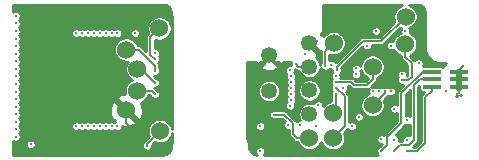
<source format=gbl>
G04 #@! TF.GenerationSoftware,KiCad,Pcbnew,(5.1.4)-1*
G04 #@! TF.CreationDate,2020-12-28T11:58:51+03:00*
G04 #@! TF.ProjectId,main_block,6d61696e-5f62-46c6-9f63-6b2e6b696361,rev?*
G04 #@! TF.SameCoordinates,Original*
G04 #@! TF.FileFunction,Copper,L4,Bot*
G04 #@! TF.FilePolarity,Positive*
%FSLAX46Y46*%
G04 Gerber Fmt 4.6, Leading zero omitted, Abs format (unit mm)*
G04 Created by KiCad (PCBNEW (5.1.4)-1) date 2020-12-28 11:58:51*
%MOMM*%
%LPD*%
G04 APERTURE LIST*
%ADD10C,1.350000*%
%ADD11R,1.520000X0.380000*%
%ADD12C,1.524000*%
%ADD13C,0.300000*%
%ADD14C,0.150000*%
%ADD15C,0.254000*%
G04 APERTURE END LIST*
D10*
X52000000Y-27600000D03*
X52000000Y-24600000D03*
X55400000Y-29550000D03*
X55400000Y-27550000D03*
X55400000Y-25550000D03*
X55400000Y-23550000D03*
D11*
X65760000Y-27250000D03*
X68050000Y-27250000D03*
X65760000Y-26610000D03*
X68050000Y-26610000D03*
X65760000Y-25970000D03*
X68050000Y-25970000D03*
D12*
X42750000Y-31000000D03*
X42700000Y-22300000D03*
X39900000Y-24100000D03*
X40850000Y-25750000D03*
X40800000Y-27600000D03*
X39900000Y-29250000D03*
X55400000Y-31600000D03*
X63500000Y-23650000D03*
X57400000Y-29500000D03*
X57400000Y-31600000D03*
X60750000Y-25550000D03*
X60750000Y-28800000D03*
X63550000Y-21300000D03*
X57450000Y-23550000D03*
D13*
X56157250Y-28795650D03*
X54600000Y-30500000D03*
X62600000Y-31715000D03*
X53850000Y-26350000D03*
X61500000Y-31700000D03*
X53850000Y-26850000D03*
X57250000Y-25375000D03*
X67000000Y-27600000D03*
X63700000Y-31715000D03*
X53750000Y-25850000D03*
X55000000Y-24050000D03*
X55250000Y-23350000D03*
X58550000Y-22550000D03*
X59362500Y-25200000D03*
X59362500Y-26700000D03*
X63237500Y-25700000D03*
X64600000Y-23615000D03*
X67900000Y-27900000D03*
X60800000Y-23762500D03*
X64800000Y-30085000D03*
X62600000Y-30085000D03*
X61500000Y-30085000D03*
X60400000Y-30085000D03*
X60400000Y-32685000D03*
X59300000Y-32685000D03*
X56900000Y-32600000D03*
X53600000Y-32750000D03*
X53580000Y-31650000D03*
X51250000Y-32200000D03*
X51250000Y-30100000D03*
X55700000Y-28600000D03*
X42635000Y-32250000D03*
X39415000Y-32250000D03*
X40650000Y-30587500D03*
X40150000Y-30587500D03*
X42337500Y-28900000D03*
X41600000Y-20850000D03*
X41650000Y-22712500D03*
X41150000Y-22712500D03*
X40150000Y-22712500D03*
X39415000Y-20850000D03*
X52000000Y-24600000D03*
X64650000Y-27300000D03*
X31800000Y-21250000D03*
X55650000Y-23350000D03*
X68400000Y-25450000D03*
X59350000Y-30250000D03*
X51900000Y-31150000D03*
X61400000Y-21700000D03*
X62600000Y-20500000D03*
X60500000Y-20400000D03*
X60500000Y-21600000D03*
X59600000Y-21700000D03*
X65000000Y-21800000D03*
X64950000Y-20650000D03*
X59800000Y-24100000D03*
X59200000Y-21850000D03*
X60000000Y-21700000D03*
X61000000Y-21700000D03*
X61050000Y-20350000D03*
X60000000Y-20350000D03*
X35650000Y-31400000D03*
X33450000Y-31000000D03*
X41050000Y-32750000D03*
X40450000Y-31500000D03*
X41100000Y-21550000D03*
X33900000Y-22300000D03*
X56450000Y-22900000D03*
X56050000Y-23350000D03*
X55000000Y-24450000D03*
X53300000Y-25150000D03*
X50700000Y-25150000D03*
X64500000Y-32150000D03*
X35650000Y-21850000D03*
X35650000Y-21400000D03*
X35650000Y-20950000D03*
X35650000Y-20500000D03*
X35650000Y-32550000D03*
X63700000Y-28400000D03*
X63250000Y-31100000D03*
X60300000Y-23762500D03*
X59362500Y-25700000D03*
X59000000Y-30600000D03*
X55250000Y-29225000D03*
X53615000Y-30500000D03*
X51250000Y-32700000D03*
X63237500Y-26200000D03*
X59362500Y-26200000D03*
X59600000Y-29800000D03*
X64650000Y-25250000D03*
X63700000Y-30085000D03*
X62300000Y-23762500D03*
X62600000Y-29115000D03*
X61050000Y-22550000D03*
X63530000Y-22550000D03*
X41665000Y-32250000D03*
X51250000Y-30600000D03*
X40650000Y-22712500D03*
X42350000Y-24400000D03*
X42337500Y-27900000D03*
X53875000Y-27350000D03*
X53775000Y-28850000D03*
X42337500Y-26900000D03*
X53875000Y-28350000D03*
X42337500Y-25900000D03*
X53875000Y-27850000D03*
X42337500Y-24900000D03*
X63237500Y-26700000D03*
X57625000Y-27850000D03*
X57625000Y-27350000D03*
X61300000Y-27637500D03*
X57625000Y-26850000D03*
X62300000Y-27637500D03*
X61800000Y-27637500D03*
X57625000Y-26350000D03*
X56750000Y-25475000D03*
X55950000Y-30600000D03*
X54934834Y-27265166D03*
X52400000Y-29600000D03*
X57725000Y-25850000D03*
X60800000Y-27637500D03*
X58250000Y-27350000D03*
X54250000Y-25350000D03*
X52000000Y-27475000D03*
X63700000Y-32685000D03*
X62600000Y-32685000D03*
X61500000Y-32670000D03*
X30530000Y-31490000D03*
X35650000Y-30587500D03*
X30530000Y-30850000D03*
X36150000Y-30587500D03*
X30530000Y-30210000D03*
X36650000Y-30587500D03*
X30530000Y-29570000D03*
X37150000Y-30587500D03*
X30530000Y-28930000D03*
X37650000Y-30587500D03*
X30530000Y-28290000D03*
X38150000Y-30587500D03*
X30530000Y-27650000D03*
X38650000Y-30587500D03*
X30530000Y-27010000D03*
X39150000Y-30587500D03*
X30530000Y-21250000D03*
X31800000Y-32130000D03*
X30530000Y-26370000D03*
X39150000Y-22712500D03*
X30530000Y-25730000D03*
X38650000Y-22712500D03*
X38150000Y-22712500D03*
X30530000Y-25090000D03*
X37650000Y-22712500D03*
X30530000Y-24450000D03*
X37150000Y-22712500D03*
X30530000Y-23810000D03*
X36650000Y-22712500D03*
X30530000Y-23170000D03*
X36150000Y-22712500D03*
X30530000Y-22530000D03*
X35650000Y-22712500D03*
X30530000Y-21890000D03*
D14*
X68050000Y-25970000D02*
X68050000Y-25800000D01*
X68050000Y-25800000D02*
X68400000Y-25450000D01*
X68050000Y-25970000D02*
X68050000Y-26610000D01*
X68050000Y-26610000D02*
X68050000Y-27250000D01*
X68050000Y-27750000D02*
X67900000Y-27900000D01*
X68050000Y-27250000D02*
X68050000Y-27750000D01*
X39900000Y-30337500D02*
X40150000Y-30587500D01*
X39900000Y-29250000D02*
X39900000Y-30337500D01*
X41665000Y-32085000D02*
X41665000Y-32250000D01*
X42750000Y-31000000D02*
X41665000Y-32085000D01*
X42037500Y-27600000D02*
X40800000Y-27600000D01*
X42337500Y-27900000D02*
X42037500Y-27600000D01*
X41187500Y-25750000D02*
X40850000Y-25750000D01*
X42337500Y-26900000D02*
X41187500Y-25750000D01*
X40977630Y-24100000D02*
X39900000Y-24100000D01*
X42337500Y-25459870D02*
X40977630Y-24100000D01*
X42337500Y-25900000D02*
X42337500Y-25459870D01*
X41938001Y-23061999D02*
X42700000Y-22300000D01*
X41938001Y-24543003D02*
X41938001Y-23061999D01*
X42337500Y-24900000D02*
X42294998Y-24900000D01*
X42294998Y-24900000D02*
X41938001Y-24543003D01*
X63750000Y-26700000D02*
X64050000Y-26400000D01*
X63237500Y-26700000D02*
X63750000Y-26700000D01*
X63500000Y-24727630D02*
X63500000Y-23650000D01*
X64050000Y-25277630D02*
X63500000Y-24727630D01*
X64050000Y-26400000D02*
X64050000Y-25277630D01*
X57625000Y-29275000D02*
X57400000Y-29500000D01*
X57625000Y-27850000D02*
X57625000Y-29275000D01*
X57680002Y-27350000D02*
X57625000Y-27350000D01*
X58387001Y-28056999D02*
X57680002Y-27350000D01*
X58387001Y-30612999D02*
X58387001Y-28056999D01*
X57400000Y-31600000D02*
X58387001Y-30612999D01*
X60750000Y-26627630D02*
X60750000Y-25550000D01*
X60302629Y-27075001D02*
X60750000Y-26627630D01*
X59182499Y-27075001D02*
X60302629Y-27075001D01*
X58957498Y-26850000D02*
X59182499Y-27075001D01*
X57625000Y-26850000D02*
X58957498Y-26850000D01*
X61800000Y-27750000D02*
X61800000Y-27637500D01*
X60750000Y-28800000D02*
X61800000Y-27750000D01*
X56750000Y-24250000D02*
X57450000Y-23550000D01*
X56750000Y-25475000D02*
X56750000Y-24250000D01*
X55115166Y-27265166D02*
X55400000Y-27550000D01*
X54934834Y-27265166D02*
X55115166Y-27265166D01*
X52925000Y-29600000D02*
X52400000Y-29600000D01*
X53270002Y-29600000D02*
X52925000Y-29600000D01*
X53990001Y-30319999D02*
X53270002Y-29600000D01*
X53990001Y-31267631D02*
X53990001Y-30319999D01*
X54322370Y-31600000D02*
X53990001Y-31267631D01*
X55400000Y-31600000D02*
X54322370Y-31600000D01*
X57725000Y-25850000D02*
X57725000Y-25550000D01*
X61487500Y-23362500D02*
X63550000Y-21300000D01*
X59912500Y-23362500D02*
X61487500Y-23362500D01*
X57725000Y-25550000D02*
X59912500Y-23362500D01*
X55400000Y-25550000D02*
X54450000Y-25550000D01*
X54450000Y-25550000D02*
X54250000Y-25350000D01*
X64515000Y-32685000D02*
X63700000Y-32685000D01*
X65200000Y-32000000D02*
X64515000Y-32685000D01*
X65200000Y-28150000D02*
X65200000Y-32000000D01*
X65760000Y-27590000D02*
X65200000Y-28150000D01*
X65760000Y-27250000D02*
X65760000Y-27590000D01*
X62600000Y-32649998D02*
X62600000Y-32685000D01*
X65760000Y-26610000D02*
X64784998Y-26610000D01*
X64784998Y-26610000D02*
X64274999Y-27119999D01*
X64274999Y-27119999D02*
X64274999Y-31725001D01*
X64274999Y-31725001D02*
X63825001Y-32174999D01*
X63825001Y-32174999D02*
X63074999Y-32174999D01*
X63074999Y-32174999D02*
X62600000Y-32649998D01*
X62000000Y-32170000D02*
X61500000Y-32670000D01*
X62000000Y-31500000D02*
X62000000Y-32170000D01*
X63200000Y-30300000D02*
X62000000Y-31500000D01*
X63200000Y-27770720D02*
X63200000Y-30300000D01*
X65000720Y-25970000D02*
X63200000Y-27770720D01*
X65760000Y-25970000D02*
X65000720Y-25970000D01*
D15*
G36*
X63197733Y-22278692D02*
G01*
X63151598Y-22347740D01*
X63119409Y-22425449D01*
X63103000Y-22507944D01*
X63103000Y-22592056D01*
X63119409Y-22674551D01*
X63122410Y-22681797D01*
X63007849Y-22729250D01*
X62837676Y-22842956D01*
X62692956Y-22987676D01*
X62579250Y-23157849D01*
X62500928Y-23346935D01*
X62494200Y-23380759D01*
X62424551Y-23351909D01*
X62342056Y-23335500D01*
X62257944Y-23335500D01*
X62175449Y-23351909D01*
X62097740Y-23384098D01*
X62027803Y-23430827D01*
X61968327Y-23490303D01*
X61921598Y-23560240D01*
X61889409Y-23637949D01*
X61873000Y-23720444D01*
X61873000Y-23804556D01*
X61889409Y-23887051D01*
X61921598Y-23964760D01*
X61968327Y-24034697D01*
X62027803Y-24094173D01*
X62097740Y-24140902D01*
X62175449Y-24173091D01*
X62257944Y-24189500D01*
X62342056Y-24189500D01*
X62424551Y-24173091D01*
X62502260Y-24140902D01*
X62562156Y-24100882D01*
X62579250Y-24142151D01*
X62692956Y-24312324D01*
X62837676Y-24457044D01*
X63007849Y-24570750D01*
X63148000Y-24628802D01*
X63148000Y-24710341D01*
X63146297Y-24727630D01*
X63148000Y-24744919D01*
X63148000Y-24744921D01*
X63153093Y-24796633D01*
X63173221Y-24862985D01*
X63185380Y-24885733D01*
X63205907Y-24924137D01*
X63225491Y-24948000D01*
X63249894Y-24977735D01*
X63263328Y-24988760D01*
X63698001Y-25423434D01*
X63698000Y-26254197D01*
X63653167Y-26299030D01*
X63664500Y-26242056D01*
X63664500Y-26157944D01*
X63648091Y-26075449D01*
X63615902Y-25997740D01*
X63569173Y-25927803D01*
X63509697Y-25868327D01*
X63439760Y-25821598D01*
X63362051Y-25789409D01*
X63279556Y-25773000D01*
X63195444Y-25773000D01*
X63112949Y-25789409D01*
X63035240Y-25821598D01*
X62965303Y-25868327D01*
X62905827Y-25927803D01*
X62859098Y-25997740D01*
X62826909Y-26075449D01*
X62810500Y-26157944D01*
X62810500Y-26242056D01*
X62826909Y-26324551D01*
X62859098Y-26402260D01*
X62890996Y-26450000D01*
X62859098Y-26497740D01*
X62826909Y-26575449D01*
X62810500Y-26657944D01*
X62810500Y-26742056D01*
X62826909Y-26824551D01*
X62859098Y-26902260D01*
X62905827Y-26972197D01*
X62965303Y-27031673D01*
X63035240Y-27078402D01*
X63112949Y-27110591D01*
X63195444Y-27127000D01*
X63279556Y-27127000D01*
X63362051Y-27110591D01*
X63362521Y-27110396D01*
X62963328Y-27509590D01*
X62949894Y-27520615D01*
X62934569Y-27539289D01*
X62905907Y-27574213D01*
X62893391Y-27597630D01*
X62873221Y-27635365D01*
X62853093Y-27701717D01*
X62850286Y-27730220D01*
X62846297Y-27770720D01*
X62848000Y-27788009D01*
X62848000Y-28767160D01*
X62802260Y-28736598D01*
X62724551Y-28704409D01*
X62642056Y-28688000D01*
X62557944Y-28688000D01*
X62475449Y-28704409D01*
X62397740Y-28736598D01*
X62327803Y-28783327D01*
X62268327Y-28842803D01*
X62221598Y-28912740D01*
X62189409Y-28990449D01*
X62173000Y-29072944D01*
X62173000Y-29157056D01*
X62189409Y-29239551D01*
X62221598Y-29317260D01*
X62268327Y-29387197D01*
X62327803Y-29446673D01*
X62397740Y-29493402D01*
X62475449Y-29525591D01*
X62557944Y-29542000D01*
X62642056Y-29542000D01*
X62724551Y-29525591D01*
X62802260Y-29493402D01*
X62848001Y-29462840D01*
X62848001Y-30154196D01*
X61763328Y-31238869D01*
X61749894Y-31249895D01*
X61730751Y-31273221D01*
X61705907Y-31303493D01*
X61697323Y-31319553D01*
X61624551Y-31289409D01*
X61542056Y-31273000D01*
X61457944Y-31273000D01*
X61375449Y-31289409D01*
X61297740Y-31321598D01*
X61227803Y-31368327D01*
X61168327Y-31427803D01*
X61121598Y-31497740D01*
X61089409Y-31575449D01*
X61073000Y-31657944D01*
X61073000Y-31742056D01*
X61089409Y-31824551D01*
X61121598Y-31902260D01*
X61168327Y-31972197D01*
X61227803Y-32031673D01*
X61297740Y-32078402D01*
X61375449Y-32110591D01*
X61457944Y-32127000D01*
X61542056Y-32127000D01*
X61545977Y-32126220D01*
X61422060Y-32250138D01*
X61375449Y-32259409D01*
X61297740Y-32291598D01*
X61227803Y-32338327D01*
X61168327Y-32397803D01*
X61121598Y-32467740D01*
X61089409Y-32545449D01*
X61073000Y-32627944D01*
X61073000Y-32712056D01*
X61089409Y-32794551D01*
X61121598Y-32872260D01*
X61168327Y-32942197D01*
X61224130Y-32998000D01*
X51555870Y-32998000D01*
X51581673Y-32972197D01*
X51628402Y-32902260D01*
X51660591Y-32824551D01*
X51677000Y-32742056D01*
X51677000Y-32657944D01*
X51660591Y-32575449D01*
X51628402Y-32497740D01*
X51581673Y-32427803D01*
X51522197Y-32368327D01*
X51452260Y-32321598D01*
X51374551Y-32289409D01*
X51292056Y-32273000D01*
X51207944Y-32273000D01*
X51125449Y-32289409D01*
X51047740Y-32321598D01*
X50977803Y-32368327D01*
X50918327Y-32427803D01*
X50871598Y-32497740D01*
X50839409Y-32575449D01*
X50823000Y-32657944D01*
X50823000Y-32742056D01*
X50839409Y-32824551D01*
X50871598Y-32902260D01*
X50918327Y-32972197D01*
X50936450Y-32990320D01*
X50864703Y-32983285D01*
X50734562Y-32943993D01*
X50614535Y-32880173D01*
X50509186Y-32794253D01*
X50422530Y-32689504D01*
X50357875Y-32569926D01*
X50317675Y-32440059D01*
X50300647Y-32278044D01*
X50300733Y-32265647D01*
X50300321Y-32261450D01*
X50279921Y-32067354D01*
X50274419Y-32040554D01*
X50269288Y-32013655D01*
X50268069Y-32009618D01*
X50210357Y-31823180D01*
X50199757Y-31797965D01*
X50189497Y-31772569D01*
X50187517Y-31768846D01*
X50127000Y-31656922D01*
X50127000Y-30557944D01*
X50823000Y-30557944D01*
X50823000Y-30642056D01*
X50839409Y-30724551D01*
X50871598Y-30802260D01*
X50918327Y-30872197D01*
X50977803Y-30931673D01*
X51047740Y-30978402D01*
X51125449Y-31010591D01*
X51207944Y-31027000D01*
X51292056Y-31027000D01*
X51374551Y-31010591D01*
X51452260Y-30978402D01*
X51522197Y-30931673D01*
X51581673Y-30872197D01*
X51628402Y-30802260D01*
X51660591Y-30724551D01*
X51677000Y-30642056D01*
X51677000Y-30557944D01*
X51660591Y-30475449D01*
X51628402Y-30397740D01*
X51581673Y-30327803D01*
X51522197Y-30268327D01*
X51452260Y-30221598D01*
X51374551Y-30189409D01*
X51292056Y-30173000D01*
X51207944Y-30173000D01*
X51125449Y-30189409D01*
X51047740Y-30221598D01*
X50977803Y-30268327D01*
X50918327Y-30327803D01*
X50871598Y-30397740D01*
X50839409Y-30475449D01*
X50823000Y-30557944D01*
X50127000Y-30557944D01*
X50127000Y-27506236D01*
X51048000Y-27506236D01*
X51048000Y-27693764D01*
X51084585Y-27877688D01*
X51156349Y-28050941D01*
X51260534Y-28206864D01*
X51393136Y-28339466D01*
X51549059Y-28443651D01*
X51722312Y-28515415D01*
X51906236Y-28552000D01*
X52093764Y-28552000D01*
X52277688Y-28515415D01*
X52450941Y-28443651D01*
X52606864Y-28339466D01*
X52739466Y-28206864D01*
X52843651Y-28050941D01*
X52915415Y-27877688D01*
X52952000Y-27693764D01*
X52952000Y-27506236D01*
X52915415Y-27322312D01*
X52843651Y-27149059D01*
X52739466Y-26993136D01*
X52606864Y-26860534D01*
X52450941Y-26756349D01*
X52277688Y-26684585D01*
X52093764Y-26648000D01*
X51906236Y-26648000D01*
X51722312Y-26684585D01*
X51549059Y-26756349D01*
X51393136Y-26860534D01*
X51260534Y-26993136D01*
X51156349Y-27149059D01*
X51084585Y-27322312D01*
X51048000Y-27506236D01*
X50127000Y-27506236D01*
X50127000Y-25127000D01*
X50797986Y-25127000D01*
X50814741Y-25172633D01*
X50865379Y-25267370D01*
X51096600Y-25323795D01*
X51293395Y-25127000D01*
X51652605Y-25127000D01*
X51276205Y-25503400D01*
X51332630Y-25734621D01*
X51566808Y-25843017D01*
X51817633Y-25903645D01*
X52075465Y-25914174D01*
X52330398Y-25874200D01*
X52572633Y-25785259D01*
X52667370Y-25734621D01*
X52723795Y-25503400D01*
X52347395Y-25127000D01*
X52706605Y-25127000D01*
X52903400Y-25323795D01*
X53134621Y-25267370D01*
X53199595Y-25127000D01*
X53885456Y-25127000D01*
X53871598Y-25147740D01*
X53839409Y-25225449D01*
X53823000Y-25307944D01*
X53823000Y-25392056D01*
X53830683Y-25430683D01*
X53792056Y-25423000D01*
X53707944Y-25423000D01*
X53625449Y-25439409D01*
X53547740Y-25471598D01*
X53477803Y-25518327D01*
X53418327Y-25577803D01*
X53371598Y-25647740D01*
X53339409Y-25725449D01*
X53323000Y-25807944D01*
X53323000Y-25892056D01*
X53339409Y-25974551D01*
X53371598Y-26052260D01*
X53418327Y-26122197D01*
X53463477Y-26167347D01*
X53439409Y-26225449D01*
X53423000Y-26307944D01*
X53423000Y-26392056D01*
X53439409Y-26474551D01*
X53471598Y-26552260D01*
X53503496Y-26600000D01*
X53471598Y-26647740D01*
X53439409Y-26725449D01*
X53423000Y-26807944D01*
X53423000Y-26892056D01*
X53439409Y-26974551D01*
X53471598Y-27052260D01*
X53515996Y-27118708D01*
X53496598Y-27147740D01*
X53464409Y-27225449D01*
X53448000Y-27307944D01*
X53448000Y-27392056D01*
X53464409Y-27474551D01*
X53496598Y-27552260D01*
X53528496Y-27600000D01*
X53496598Y-27647740D01*
X53464409Y-27725449D01*
X53448000Y-27807944D01*
X53448000Y-27892056D01*
X53464409Y-27974551D01*
X53496598Y-28052260D01*
X53528496Y-28100000D01*
X53496598Y-28147740D01*
X53464409Y-28225449D01*
X53448000Y-28307944D01*
X53448000Y-28392056D01*
X53464409Y-28474551D01*
X53488477Y-28532653D01*
X53443327Y-28577803D01*
X53396598Y-28647740D01*
X53364409Y-28725449D01*
X53348000Y-28807944D01*
X53348000Y-28892056D01*
X53364409Y-28974551D01*
X53396598Y-29052260D01*
X53443327Y-29122197D01*
X53502803Y-29181673D01*
X53572740Y-29228402D01*
X53650449Y-29260591D01*
X53732944Y-29277000D01*
X53817056Y-29277000D01*
X53899551Y-29260591D01*
X53977260Y-29228402D01*
X54047197Y-29181673D01*
X54106673Y-29122197D01*
X54153402Y-29052260D01*
X54185591Y-28974551D01*
X54202000Y-28892056D01*
X54202000Y-28807944D01*
X54185591Y-28725449D01*
X54161523Y-28667347D01*
X54206673Y-28622197D01*
X54253402Y-28552260D01*
X54285591Y-28474551D01*
X54302000Y-28392056D01*
X54302000Y-28307944D01*
X54285591Y-28225449D01*
X54253402Y-28147740D01*
X54221504Y-28100000D01*
X54253402Y-28052260D01*
X54285591Y-27974551D01*
X54302000Y-27892056D01*
X54302000Y-27807944D01*
X54285591Y-27725449D01*
X54253402Y-27647740D01*
X54221504Y-27600000D01*
X54253402Y-27552260D01*
X54285591Y-27474551D01*
X54289234Y-27456236D01*
X54448000Y-27456236D01*
X54448000Y-27643764D01*
X54484585Y-27827688D01*
X54556349Y-28000941D01*
X54660534Y-28156864D01*
X54793136Y-28289466D01*
X54949059Y-28393651D01*
X55122312Y-28465415D01*
X55306236Y-28502000D01*
X55493764Y-28502000D01*
X55677688Y-28465415D01*
X55850941Y-28393651D01*
X56006864Y-28289466D01*
X56139466Y-28156864D01*
X56243651Y-28000941D01*
X56315415Y-27827688D01*
X56352000Y-27643764D01*
X56352000Y-27456236D01*
X56315415Y-27272312D01*
X56243651Y-27099059D01*
X56139466Y-26943136D01*
X56006864Y-26810534D01*
X55850941Y-26706349D01*
X55677688Y-26634585D01*
X55493764Y-26598000D01*
X55306236Y-26598000D01*
X55122312Y-26634585D01*
X54949059Y-26706349D01*
X54793136Y-26810534D01*
X54685359Y-26918311D01*
X54662637Y-26933493D01*
X54603161Y-26992969D01*
X54556432Y-27062906D01*
X54524243Y-27140615D01*
X54510484Y-27209786D01*
X54484585Y-27272312D01*
X54448000Y-27456236D01*
X54289234Y-27456236D01*
X54302000Y-27392056D01*
X54302000Y-27307944D01*
X54285591Y-27225449D01*
X54253402Y-27147740D01*
X54209004Y-27081292D01*
X54228402Y-27052260D01*
X54260591Y-26974551D01*
X54277000Y-26892056D01*
X54277000Y-26807944D01*
X54260591Y-26725449D01*
X54228402Y-26647740D01*
X54196504Y-26600000D01*
X54228402Y-26552260D01*
X54260591Y-26474551D01*
X54277000Y-26392056D01*
X54277000Y-26307944D01*
X54260591Y-26225449D01*
X54228402Y-26147740D01*
X54181673Y-26077803D01*
X54136523Y-26032653D01*
X54160591Y-25974551D01*
X54177000Y-25892056D01*
X54177000Y-25807944D01*
X54169317Y-25769317D01*
X54172059Y-25769862D01*
X54188869Y-25786672D01*
X54199894Y-25800106D01*
X54253493Y-25844093D01*
X54314644Y-25876779D01*
X54380996Y-25896907D01*
X54432708Y-25902000D01*
X54432711Y-25902000D01*
X54450000Y-25903703D01*
X54467289Y-25902000D01*
X54515366Y-25902000D01*
X54556349Y-26000941D01*
X54660534Y-26156864D01*
X54793136Y-26289466D01*
X54949059Y-26393651D01*
X55122312Y-26465415D01*
X55306236Y-26502000D01*
X55493764Y-26502000D01*
X55677688Y-26465415D01*
X55850941Y-26393651D01*
X56006864Y-26289466D01*
X56139466Y-26156864D01*
X56243651Y-26000941D01*
X56315415Y-25827688D01*
X56352000Y-25643764D01*
X56352000Y-25629948D01*
X56371598Y-25677260D01*
X56418327Y-25747197D01*
X56477803Y-25806673D01*
X56547740Y-25853402D01*
X56625449Y-25885591D01*
X56707944Y-25902000D01*
X56792056Y-25902000D01*
X56874551Y-25885591D01*
X56952260Y-25853402D01*
X57022197Y-25806673D01*
X57067347Y-25761523D01*
X57125449Y-25785591D01*
X57207944Y-25802000D01*
X57292056Y-25802000D01*
X57299476Y-25800524D01*
X57298000Y-25807944D01*
X57298000Y-25892056D01*
X57314409Y-25974551D01*
X57338477Y-26032653D01*
X57293327Y-26077803D01*
X57246598Y-26147740D01*
X57214409Y-26225449D01*
X57198000Y-26307944D01*
X57198000Y-26392056D01*
X57214409Y-26474551D01*
X57246598Y-26552260D01*
X57278496Y-26600000D01*
X57246598Y-26647740D01*
X57214409Y-26725449D01*
X57198000Y-26807944D01*
X57198000Y-26892056D01*
X57214409Y-26974551D01*
X57246598Y-27052260D01*
X57278496Y-27100000D01*
X57246598Y-27147740D01*
X57214409Y-27225449D01*
X57198000Y-27307944D01*
X57198000Y-27392056D01*
X57214409Y-27474551D01*
X57246598Y-27552260D01*
X57278496Y-27600000D01*
X57246598Y-27647740D01*
X57214409Y-27725449D01*
X57198000Y-27807944D01*
X57198000Y-27892056D01*
X57214409Y-27974551D01*
X57246598Y-28052260D01*
X57273000Y-28091775D01*
X57273000Y-28465906D01*
X57096935Y-28500928D01*
X56907849Y-28579250D01*
X56737676Y-28692956D01*
X56592956Y-28837676D01*
X56580568Y-28856216D01*
X56584250Y-28837706D01*
X56584250Y-28753594D01*
X56567841Y-28671099D01*
X56535652Y-28593390D01*
X56488923Y-28523453D01*
X56429447Y-28463977D01*
X56359510Y-28417248D01*
X56281801Y-28385059D01*
X56199306Y-28368650D01*
X56115194Y-28368650D01*
X56032699Y-28385059D01*
X55954990Y-28417248D01*
X55885053Y-28463977D01*
X55825577Y-28523453D01*
X55778848Y-28593390D01*
X55749468Y-28664317D01*
X55677688Y-28634585D01*
X55493764Y-28598000D01*
X55306236Y-28598000D01*
X55122312Y-28634585D01*
X54949059Y-28706349D01*
X54793136Y-28810534D01*
X54660534Y-28943136D01*
X54556349Y-29099059D01*
X54484585Y-29272312D01*
X54448000Y-29456236D01*
X54448000Y-29643764D01*
X54484585Y-29827688D01*
X54556349Y-30000941D01*
X54604498Y-30073000D01*
X54557944Y-30073000D01*
X54475449Y-30089409D01*
X54397740Y-30121598D01*
X54327803Y-30168327D01*
X54314936Y-30181194D01*
X54285999Y-30127056D01*
X54284094Y-30123491D01*
X54251129Y-30083324D01*
X54240107Y-30069893D01*
X54226674Y-30058869D01*
X53531137Y-29363333D01*
X53520108Y-29349894D01*
X53466509Y-29305907D01*
X53405358Y-29273221D01*
X53339006Y-29253093D01*
X53287294Y-29248000D01*
X53287291Y-29248000D01*
X53270002Y-29246297D01*
X53252713Y-29248000D01*
X52641775Y-29248000D01*
X52602260Y-29221598D01*
X52524551Y-29189409D01*
X52442056Y-29173000D01*
X52357944Y-29173000D01*
X52275449Y-29189409D01*
X52197740Y-29221598D01*
X52127803Y-29268327D01*
X52068327Y-29327803D01*
X52021598Y-29397740D01*
X51989409Y-29475449D01*
X51973000Y-29557944D01*
X51973000Y-29642056D01*
X51989409Y-29724551D01*
X52021598Y-29802260D01*
X52068327Y-29872197D01*
X52127803Y-29931673D01*
X52197740Y-29978402D01*
X52275449Y-30010591D01*
X52357944Y-30027000D01*
X52442056Y-30027000D01*
X52524551Y-30010591D01*
X52602260Y-29978402D01*
X52641775Y-29952000D01*
X53124200Y-29952000D01*
X53341665Y-30169465D01*
X53283327Y-30227803D01*
X53236598Y-30297740D01*
X53204409Y-30375449D01*
X53188000Y-30457944D01*
X53188000Y-30542056D01*
X53204409Y-30624551D01*
X53236598Y-30702260D01*
X53283327Y-30772197D01*
X53342803Y-30831673D01*
X53412740Y-30878402D01*
X53490449Y-30910591D01*
X53572944Y-30927000D01*
X53638001Y-30927000D01*
X53638001Y-31250342D01*
X53636298Y-31267631D01*
X53638001Y-31284920D01*
X53638001Y-31284922D01*
X53643094Y-31336634D01*
X53663222Y-31402986D01*
X53676487Y-31427803D01*
X53695908Y-31464138D01*
X53711149Y-31482709D01*
X53739895Y-31517736D01*
X53753329Y-31528761D01*
X54061244Y-31836678D01*
X54072264Y-31850106D01*
X54085692Y-31861126D01*
X54085695Y-31861129D01*
X54122078Y-31890987D01*
X54125863Y-31894093D01*
X54187014Y-31926779D01*
X54253366Y-31946907D01*
X54305078Y-31952000D01*
X54305081Y-31952000D01*
X54322370Y-31953703D01*
X54339659Y-31952000D01*
X54421198Y-31952000D01*
X54479250Y-32092151D01*
X54592956Y-32262324D01*
X54737676Y-32407044D01*
X54907849Y-32520750D01*
X55096935Y-32599072D01*
X55297667Y-32639000D01*
X55502333Y-32639000D01*
X55703065Y-32599072D01*
X55892151Y-32520750D01*
X56062324Y-32407044D01*
X56207044Y-32262324D01*
X56320750Y-32092151D01*
X56399072Y-31903065D01*
X56400000Y-31898400D01*
X56400928Y-31903065D01*
X56479250Y-32092151D01*
X56592956Y-32262324D01*
X56737676Y-32407044D01*
X56907849Y-32520750D01*
X57096935Y-32599072D01*
X57297667Y-32639000D01*
X57502333Y-32639000D01*
X57703065Y-32599072D01*
X57892151Y-32520750D01*
X58062324Y-32407044D01*
X58207044Y-32262324D01*
X58320750Y-32092151D01*
X58399072Y-31903065D01*
X58439000Y-31702333D01*
X58439000Y-31497667D01*
X58399072Y-31296935D01*
X58341019Y-31156783D01*
X58623678Y-30874125D01*
X58637106Y-30863105D01*
X58650967Y-30846215D01*
X58668327Y-30872197D01*
X58727803Y-30931673D01*
X58797740Y-30978402D01*
X58875449Y-31010591D01*
X58957944Y-31027000D01*
X59042056Y-31027000D01*
X59124551Y-31010591D01*
X59202260Y-30978402D01*
X59272197Y-30931673D01*
X59331673Y-30872197D01*
X59378402Y-30802260D01*
X59410591Y-30724551D01*
X59427000Y-30642056D01*
X59427000Y-30557944D01*
X59410591Y-30475449D01*
X59378402Y-30397740D01*
X59331673Y-30327803D01*
X59272197Y-30268327D01*
X59202260Y-30221598D01*
X59124551Y-30189409D01*
X59042056Y-30173000D01*
X58957944Y-30173000D01*
X58875449Y-30189409D01*
X58797740Y-30221598D01*
X58739001Y-30260845D01*
X58739001Y-29757944D01*
X59173000Y-29757944D01*
X59173000Y-29842056D01*
X59189409Y-29924551D01*
X59221598Y-30002260D01*
X59268327Y-30072197D01*
X59327803Y-30131673D01*
X59397740Y-30178402D01*
X59475449Y-30210591D01*
X59557944Y-30227000D01*
X59642056Y-30227000D01*
X59724551Y-30210591D01*
X59802260Y-30178402D01*
X59872197Y-30131673D01*
X59931673Y-30072197D01*
X59978402Y-30002260D01*
X60010591Y-29924551D01*
X60027000Y-29842056D01*
X60027000Y-29757944D01*
X60010591Y-29675449D01*
X59978402Y-29597740D01*
X59931673Y-29527803D01*
X59872197Y-29468327D01*
X59802260Y-29421598D01*
X59724551Y-29389409D01*
X59642056Y-29373000D01*
X59557944Y-29373000D01*
X59475449Y-29389409D01*
X59397740Y-29421598D01*
X59327803Y-29468327D01*
X59268327Y-29527803D01*
X59221598Y-29597740D01*
X59189409Y-29675449D01*
X59173000Y-29757944D01*
X58739001Y-29757944D01*
X58739001Y-28074288D01*
X58740704Y-28056999D01*
X58738475Y-28034370D01*
X58733908Y-27987995D01*
X58713780Y-27921643D01*
X58713780Y-27921642D01*
X58681094Y-27860492D01*
X58664080Y-27839760D01*
X58637107Y-27806893D01*
X58623674Y-27795869D01*
X58514572Y-27686767D01*
X58522197Y-27681673D01*
X58581673Y-27622197D01*
X58628402Y-27552260D01*
X58660591Y-27474551D01*
X58677000Y-27392056D01*
X58677000Y-27307944D01*
X58660591Y-27225449D01*
X58650878Y-27202000D01*
X58811696Y-27202000D01*
X58921364Y-27311668D01*
X58932393Y-27325107D01*
X58962726Y-27350000D01*
X58985991Y-27369094D01*
X59006979Y-27380312D01*
X59047143Y-27401780D01*
X59113495Y-27421908D01*
X59165207Y-27427001D01*
X59165217Y-27427001D01*
X59182498Y-27428703D01*
X59199779Y-27427001D01*
X60285340Y-27427001D01*
X60302629Y-27428704D01*
X60319918Y-27427001D01*
X60319921Y-27427001D01*
X60371633Y-27421908D01*
X60437985Y-27401780D01*
X60447271Y-27396817D01*
X60421598Y-27435240D01*
X60389409Y-27512949D01*
X60373000Y-27595444D01*
X60373000Y-27679556D01*
X60389409Y-27762051D01*
X60411579Y-27815573D01*
X60257849Y-27879250D01*
X60087676Y-27992956D01*
X59942956Y-28137676D01*
X59829250Y-28307849D01*
X59750928Y-28496935D01*
X59711000Y-28697667D01*
X59711000Y-28902333D01*
X59750928Y-29103065D01*
X59829250Y-29292151D01*
X59942956Y-29462324D01*
X60087676Y-29607044D01*
X60257849Y-29720750D01*
X60446935Y-29799072D01*
X60647667Y-29839000D01*
X60852333Y-29839000D01*
X61053065Y-29799072D01*
X61242151Y-29720750D01*
X61412324Y-29607044D01*
X61557044Y-29462324D01*
X61670750Y-29292151D01*
X61749072Y-29103065D01*
X61789000Y-28902333D01*
X61789000Y-28697667D01*
X61749072Y-28496935D01*
X61691019Y-28356783D01*
X62036677Y-28011126D01*
X62050105Y-28000106D01*
X62058602Y-27989752D01*
X62097740Y-28015902D01*
X62175449Y-28048091D01*
X62257944Y-28064500D01*
X62342056Y-28064500D01*
X62424551Y-28048091D01*
X62502260Y-28015902D01*
X62572197Y-27969173D01*
X62631673Y-27909697D01*
X62678402Y-27839760D01*
X62710591Y-27762051D01*
X62727000Y-27679556D01*
X62727000Y-27595444D01*
X62710591Y-27512949D01*
X62678402Y-27435240D01*
X62631673Y-27365303D01*
X62572197Y-27305827D01*
X62502260Y-27259098D01*
X62424551Y-27226909D01*
X62342056Y-27210500D01*
X62257944Y-27210500D01*
X62175449Y-27226909D01*
X62097740Y-27259098D01*
X62050000Y-27290996D01*
X62002260Y-27259098D01*
X61924551Y-27226909D01*
X61842056Y-27210500D01*
X61757944Y-27210500D01*
X61675449Y-27226909D01*
X61597740Y-27259098D01*
X61550000Y-27290996D01*
X61502260Y-27259098D01*
X61424551Y-27226909D01*
X61342056Y-27210500D01*
X61257944Y-27210500D01*
X61175449Y-27226909D01*
X61097740Y-27259098D01*
X61050000Y-27290996D01*
X61002260Y-27259098D01*
X60924551Y-27226909D01*
X60842056Y-27210500D01*
X60757944Y-27210500D01*
X60675449Y-27226909D01*
X60629483Y-27245949D01*
X60986677Y-26888756D01*
X61000105Y-26877736D01*
X61012048Y-26863184D01*
X61044093Y-26824138D01*
X61063939Y-26787008D01*
X61076779Y-26762986D01*
X61096907Y-26696634D01*
X61102000Y-26644922D01*
X61102000Y-26644920D01*
X61103703Y-26627631D01*
X61102000Y-26610342D01*
X61102000Y-26528802D01*
X61242151Y-26470750D01*
X61412324Y-26357044D01*
X61557044Y-26212324D01*
X61670750Y-26042151D01*
X61749072Y-25853065D01*
X61789000Y-25652333D01*
X61789000Y-25447667D01*
X61749072Y-25246935D01*
X61670750Y-25057849D01*
X61557044Y-24887676D01*
X61412324Y-24742956D01*
X61242151Y-24629250D01*
X61053065Y-24550928D01*
X60852333Y-24511000D01*
X60647667Y-24511000D01*
X60446935Y-24550928D01*
X60257849Y-24629250D01*
X60087676Y-24742956D01*
X59942956Y-24887676D01*
X59829250Y-25057849D01*
X59750928Y-25246935D01*
X59711000Y-25447667D01*
X59711000Y-25452987D01*
X59694173Y-25427803D01*
X59634697Y-25368327D01*
X59564760Y-25321598D01*
X59487051Y-25289409D01*
X59404556Y-25273000D01*
X59320444Y-25273000D01*
X59237949Y-25289409D01*
X59160240Y-25321598D01*
X59090303Y-25368327D01*
X59030827Y-25427803D01*
X58984098Y-25497740D01*
X58951909Y-25575449D01*
X58935500Y-25657944D01*
X58935500Y-25742056D01*
X58951909Y-25824551D01*
X58984098Y-25902260D01*
X59015996Y-25950000D01*
X58984098Y-25997740D01*
X58951909Y-26075449D01*
X58935500Y-26157944D01*
X58935500Y-26242056D01*
X58951909Y-26324551D01*
X58984098Y-26402260D01*
X59030827Y-26472197D01*
X59077060Y-26518430D01*
X59026502Y-26503093D01*
X58974790Y-26498000D01*
X58974787Y-26498000D01*
X58957498Y-26496297D01*
X58940209Y-26498000D01*
X58025878Y-26498000D01*
X58035591Y-26474551D01*
X58052000Y-26392056D01*
X58052000Y-26307944D01*
X58035591Y-26225449D01*
X58011523Y-26167347D01*
X58056673Y-26122197D01*
X58103402Y-26052260D01*
X58135591Y-25974551D01*
X58152000Y-25892056D01*
X58152000Y-25807944D01*
X58135591Y-25725449D01*
X58109746Y-25663056D01*
X59888802Y-23884001D01*
X59889409Y-23887051D01*
X59921598Y-23964760D01*
X59968327Y-24034697D01*
X60027803Y-24094173D01*
X60097740Y-24140902D01*
X60175449Y-24173091D01*
X60257944Y-24189500D01*
X60342056Y-24189500D01*
X60424551Y-24173091D01*
X60502260Y-24140902D01*
X60572197Y-24094173D01*
X60631673Y-24034697D01*
X60678402Y-23964760D01*
X60710591Y-23887051D01*
X60727000Y-23804556D01*
X60727000Y-23720444D01*
X60725818Y-23714500D01*
X61470211Y-23714500D01*
X61487500Y-23716203D01*
X61504789Y-23714500D01*
X61504792Y-23714500D01*
X61556504Y-23709407D01*
X61622856Y-23689279D01*
X61684007Y-23656593D01*
X61737606Y-23612606D01*
X61748635Y-23599167D01*
X63106783Y-22241019D01*
X63197733Y-22278692D01*
X63197733Y-22278692D01*
G37*
X63197733Y-22278692D02*
X63151598Y-22347740D01*
X63119409Y-22425449D01*
X63103000Y-22507944D01*
X63103000Y-22592056D01*
X63119409Y-22674551D01*
X63122410Y-22681797D01*
X63007849Y-22729250D01*
X62837676Y-22842956D01*
X62692956Y-22987676D01*
X62579250Y-23157849D01*
X62500928Y-23346935D01*
X62494200Y-23380759D01*
X62424551Y-23351909D01*
X62342056Y-23335500D01*
X62257944Y-23335500D01*
X62175449Y-23351909D01*
X62097740Y-23384098D01*
X62027803Y-23430827D01*
X61968327Y-23490303D01*
X61921598Y-23560240D01*
X61889409Y-23637949D01*
X61873000Y-23720444D01*
X61873000Y-23804556D01*
X61889409Y-23887051D01*
X61921598Y-23964760D01*
X61968327Y-24034697D01*
X62027803Y-24094173D01*
X62097740Y-24140902D01*
X62175449Y-24173091D01*
X62257944Y-24189500D01*
X62342056Y-24189500D01*
X62424551Y-24173091D01*
X62502260Y-24140902D01*
X62562156Y-24100882D01*
X62579250Y-24142151D01*
X62692956Y-24312324D01*
X62837676Y-24457044D01*
X63007849Y-24570750D01*
X63148000Y-24628802D01*
X63148000Y-24710341D01*
X63146297Y-24727630D01*
X63148000Y-24744919D01*
X63148000Y-24744921D01*
X63153093Y-24796633D01*
X63173221Y-24862985D01*
X63185380Y-24885733D01*
X63205907Y-24924137D01*
X63225491Y-24948000D01*
X63249894Y-24977735D01*
X63263328Y-24988760D01*
X63698001Y-25423434D01*
X63698000Y-26254197D01*
X63653167Y-26299030D01*
X63664500Y-26242056D01*
X63664500Y-26157944D01*
X63648091Y-26075449D01*
X63615902Y-25997740D01*
X63569173Y-25927803D01*
X63509697Y-25868327D01*
X63439760Y-25821598D01*
X63362051Y-25789409D01*
X63279556Y-25773000D01*
X63195444Y-25773000D01*
X63112949Y-25789409D01*
X63035240Y-25821598D01*
X62965303Y-25868327D01*
X62905827Y-25927803D01*
X62859098Y-25997740D01*
X62826909Y-26075449D01*
X62810500Y-26157944D01*
X62810500Y-26242056D01*
X62826909Y-26324551D01*
X62859098Y-26402260D01*
X62890996Y-26450000D01*
X62859098Y-26497740D01*
X62826909Y-26575449D01*
X62810500Y-26657944D01*
X62810500Y-26742056D01*
X62826909Y-26824551D01*
X62859098Y-26902260D01*
X62905827Y-26972197D01*
X62965303Y-27031673D01*
X63035240Y-27078402D01*
X63112949Y-27110591D01*
X63195444Y-27127000D01*
X63279556Y-27127000D01*
X63362051Y-27110591D01*
X63362521Y-27110396D01*
X62963328Y-27509590D01*
X62949894Y-27520615D01*
X62934569Y-27539289D01*
X62905907Y-27574213D01*
X62893391Y-27597630D01*
X62873221Y-27635365D01*
X62853093Y-27701717D01*
X62850286Y-27730220D01*
X62846297Y-27770720D01*
X62848000Y-27788009D01*
X62848000Y-28767160D01*
X62802260Y-28736598D01*
X62724551Y-28704409D01*
X62642056Y-28688000D01*
X62557944Y-28688000D01*
X62475449Y-28704409D01*
X62397740Y-28736598D01*
X62327803Y-28783327D01*
X62268327Y-28842803D01*
X62221598Y-28912740D01*
X62189409Y-28990449D01*
X62173000Y-29072944D01*
X62173000Y-29157056D01*
X62189409Y-29239551D01*
X62221598Y-29317260D01*
X62268327Y-29387197D01*
X62327803Y-29446673D01*
X62397740Y-29493402D01*
X62475449Y-29525591D01*
X62557944Y-29542000D01*
X62642056Y-29542000D01*
X62724551Y-29525591D01*
X62802260Y-29493402D01*
X62848001Y-29462840D01*
X62848001Y-30154196D01*
X61763328Y-31238869D01*
X61749894Y-31249895D01*
X61730751Y-31273221D01*
X61705907Y-31303493D01*
X61697323Y-31319553D01*
X61624551Y-31289409D01*
X61542056Y-31273000D01*
X61457944Y-31273000D01*
X61375449Y-31289409D01*
X61297740Y-31321598D01*
X61227803Y-31368327D01*
X61168327Y-31427803D01*
X61121598Y-31497740D01*
X61089409Y-31575449D01*
X61073000Y-31657944D01*
X61073000Y-31742056D01*
X61089409Y-31824551D01*
X61121598Y-31902260D01*
X61168327Y-31972197D01*
X61227803Y-32031673D01*
X61297740Y-32078402D01*
X61375449Y-32110591D01*
X61457944Y-32127000D01*
X61542056Y-32127000D01*
X61545977Y-32126220D01*
X61422060Y-32250138D01*
X61375449Y-32259409D01*
X61297740Y-32291598D01*
X61227803Y-32338327D01*
X61168327Y-32397803D01*
X61121598Y-32467740D01*
X61089409Y-32545449D01*
X61073000Y-32627944D01*
X61073000Y-32712056D01*
X61089409Y-32794551D01*
X61121598Y-32872260D01*
X61168327Y-32942197D01*
X61224130Y-32998000D01*
X51555870Y-32998000D01*
X51581673Y-32972197D01*
X51628402Y-32902260D01*
X51660591Y-32824551D01*
X51677000Y-32742056D01*
X51677000Y-32657944D01*
X51660591Y-32575449D01*
X51628402Y-32497740D01*
X51581673Y-32427803D01*
X51522197Y-32368327D01*
X51452260Y-32321598D01*
X51374551Y-32289409D01*
X51292056Y-32273000D01*
X51207944Y-32273000D01*
X51125449Y-32289409D01*
X51047740Y-32321598D01*
X50977803Y-32368327D01*
X50918327Y-32427803D01*
X50871598Y-32497740D01*
X50839409Y-32575449D01*
X50823000Y-32657944D01*
X50823000Y-32742056D01*
X50839409Y-32824551D01*
X50871598Y-32902260D01*
X50918327Y-32972197D01*
X50936450Y-32990320D01*
X50864703Y-32983285D01*
X50734562Y-32943993D01*
X50614535Y-32880173D01*
X50509186Y-32794253D01*
X50422530Y-32689504D01*
X50357875Y-32569926D01*
X50317675Y-32440059D01*
X50300647Y-32278044D01*
X50300733Y-32265647D01*
X50300321Y-32261450D01*
X50279921Y-32067354D01*
X50274419Y-32040554D01*
X50269288Y-32013655D01*
X50268069Y-32009618D01*
X50210357Y-31823180D01*
X50199757Y-31797965D01*
X50189497Y-31772569D01*
X50187517Y-31768846D01*
X50127000Y-31656922D01*
X50127000Y-30557944D01*
X50823000Y-30557944D01*
X50823000Y-30642056D01*
X50839409Y-30724551D01*
X50871598Y-30802260D01*
X50918327Y-30872197D01*
X50977803Y-30931673D01*
X51047740Y-30978402D01*
X51125449Y-31010591D01*
X51207944Y-31027000D01*
X51292056Y-31027000D01*
X51374551Y-31010591D01*
X51452260Y-30978402D01*
X51522197Y-30931673D01*
X51581673Y-30872197D01*
X51628402Y-30802260D01*
X51660591Y-30724551D01*
X51677000Y-30642056D01*
X51677000Y-30557944D01*
X51660591Y-30475449D01*
X51628402Y-30397740D01*
X51581673Y-30327803D01*
X51522197Y-30268327D01*
X51452260Y-30221598D01*
X51374551Y-30189409D01*
X51292056Y-30173000D01*
X51207944Y-30173000D01*
X51125449Y-30189409D01*
X51047740Y-30221598D01*
X50977803Y-30268327D01*
X50918327Y-30327803D01*
X50871598Y-30397740D01*
X50839409Y-30475449D01*
X50823000Y-30557944D01*
X50127000Y-30557944D01*
X50127000Y-27506236D01*
X51048000Y-27506236D01*
X51048000Y-27693764D01*
X51084585Y-27877688D01*
X51156349Y-28050941D01*
X51260534Y-28206864D01*
X51393136Y-28339466D01*
X51549059Y-28443651D01*
X51722312Y-28515415D01*
X51906236Y-28552000D01*
X52093764Y-28552000D01*
X52277688Y-28515415D01*
X52450941Y-28443651D01*
X52606864Y-28339466D01*
X52739466Y-28206864D01*
X52843651Y-28050941D01*
X52915415Y-27877688D01*
X52952000Y-27693764D01*
X52952000Y-27506236D01*
X52915415Y-27322312D01*
X52843651Y-27149059D01*
X52739466Y-26993136D01*
X52606864Y-26860534D01*
X52450941Y-26756349D01*
X52277688Y-26684585D01*
X52093764Y-26648000D01*
X51906236Y-26648000D01*
X51722312Y-26684585D01*
X51549059Y-26756349D01*
X51393136Y-26860534D01*
X51260534Y-26993136D01*
X51156349Y-27149059D01*
X51084585Y-27322312D01*
X51048000Y-27506236D01*
X50127000Y-27506236D01*
X50127000Y-25127000D01*
X50797986Y-25127000D01*
X50814741Y-25172633D01*
X50865379Y-25267370D01*
X51096600Y-25323795D01*
X51293395Y-25127000D01*
X51652605Y-25127000D01*
X51276205Y-25503400D01*
X51332630Y-25734621D01*
X51566808Y-25843017D01*
X51817633Y-25903645D01*
X52075465Y-25914174D01*
X52330398Y-25874200D01*
X52572633Y-25785259D01*
X52667370Y-25734621D01*
X52723795Y-25503400D01*
X52347395Y-25127000D01*
X52706605Y-25127000D01*
X52903400Y-25323795D01*
X53134621Y-25267370D01*
X53199595Y-25127000D01*
X53885456Y-25127000D01*
X53871598Y-25147740D01*
X53839409Y-25225449D01*
X53823000Y-25307944D01*
X53823000Y-25392056D01*
X53830683Y-25430683D01*
X53792056Y-25423000D01*
X53707944Y-25423000D01*
X53625449Y-25439409D01*
X53547740Y-25471598D01*
X53477803Y-25518327D01*
X53418327Y-25577803D01*
X53371598Y-25647740D01*
X53339409Y-25725449D01*
X53323000Y-25807944D01*
X53323000Y-25892056D01*
X53339409Y-25974551D01*
X53371598Y-26052260D01*
X53418327Y-26122197D01*
X53463477Y-26167347D01*
X53439409Y-26225449D01*
X53423000Y-26307944D01*
X53423000Y-26392056D01*
X53439409Y-26474551D01*
X53471598Y-26552260D01*
X53503496Y-26600000D01*
X53471598Y-26647740D01*
X53439409Y-26725449D01*
X53423000Y-26807944D01*
X53423000Y-26892056D01*
X53439409Y-26974551D01*
X53471598Y-27052260D01*
X53515996Y-27118708D01*
X53496598Y-27147740D01*
X53464409Y-27225449D01*
X53448000Y-27307944D01*
X53448000Y-27392056D01*
X53464409Y-27474551D01*
X53496598Y-27552260D01*
X53528496Y-27600000D01*
X53496598Y-27647740D01*
X53464409Y-27725449D01*
X53448000Y-27807944D01*
X53448000Y-27892056D01*
X53464409Y-27974551D01*
X53496598Y-28052260D01*
X53528496Y-28100000D01*
X53496598Y-28147740D01*
X53464409Y-28225449D01*
X53448000Y-28307944D01*
X53448000Y-28392056D01*
X53464409Y-28474551D01*
X53488477Y-28532653D01*
X53443327Y-28577803D01*
X53396598Y-28647740D01*
X53364409Y-28725449D01*
X53348000Y-28807944D01*
X53348000Y-28892056D01*
X53364409Y-28974551D01*
X53396598Y-29052260D01*
X53443327Y-29122197D01*
X53502803Y-29181673D01*
X53572740Y-29228402D01*
X53650449Y-29260591D01*
X53732944Y-29277000D01*
X53817056Y-29277000D01*
X53899551Y-29260591D01*
X53977260Y-29228402D01*
X54047197Y-29181673D01*
X54106673Y-29122197D01*
X54153402Y-29052260D01*
X54185591Y-28974551D01*
X54202000Y-28892056D01*
X54202000Y-28807944D01*
X54185591Y-28725449D01*
X54161523Y-28667347D01*
X54206673Y-28622197D01*
X54253402Y-28552260D01*
X54285591Y-28474551D01*
X54302000Y-28392056D01*
X54302000Y-28307944D01*
X54285591Y-28225449D01*
X54253402Y-28147740D01*
X54221504Y-28100000D01*
X54253402Y-28052260D01*
X54285591Y-27974551D01*
X54302000Y-27892056D01*
X54302000Y-27807944D01*
X54285591Y-27725449D01*
X54253402Y-27647740D01*
X54221504Y-27600000D01*
X54253402Y-27552260D01*
X54285591Y-27474551D01*
X54289234Y-27456236D01*
X54448000Y-27456236D01*
X54448000Y-27643764D01*
X54484585Y-27827688D01*
X54556349Y-28000941D01*
X54660534Y-28156864D01*
X54793136Y-28289466D01*
X54949059Y-28393651D01*
X55122312Y-28465415D01*
X55306236Y-28502000D01*
X55493764Y-28502000D01*
X55677688Y-28465415D01*
X55850941Y-28393651D01*
X56006864Y-28289466D01*
X56139466Y-28156864D01*
X56243651Y-28000941D01*
X56315415Y-27827688D01*
X56352000Y-27643764D01*
X56352000Y-27456236D01*
X56315415Y-27272312D01*
X56243651Y-27099059D01*
X56139466Y-26943136D01*
X56006864Y-26810534D01*
X55850941Y-26706349D01*
X55677688Y-26634585D01*
X55493764Y-26598000D01*
X55306236Y-26598000D01*
X55122312Y-26634585D01*
X54949059Y-26706349D01*
X54793136Y-26810534D01*
X54685359Y-26918311D01*
X54662637Y-26933493D01*
X54603161Y-26992969D01*
X54556432Y-27062906D01*
X54524243Y-27140615D01*
X54510484Y-27209786D01*
X54484585Y-27272312D01*
X54448000Y-27456236D01*
X54289234Y-27456236D01*
X54302000Y-27392056D01*
X54302000Y-27307944D01*
X54285591Y-27225449D01*
X54253402Y-27147740D01*
X54209004Y-27081292D01*
X54228402Y-27052260D01*
X54260591Y-26974551D01*
X54277000Y-26892056D01*
X54277000Y-26807944D01*
X54260591Y-26725449D01*
X54228402Y-26647740D01*
X54196504Y-26600000D01*
X54228402Y-26552260D01*
X54260591Y-26474551D01*
X54277000Y-26392056D01*
X54277000Y-26307944D01*
X54260591Y-26225449D01*
X54228402Y-26147740D01*
X54181673Y-26077803D01*
X54136523Y-26032653D01*
X54160591Y-25974551D01*
X54177000Y-25892056D01*
X54177000Y-25807944D01*
X54169317Y-25769317D01*
X54172059Y-25769862D01*
X54188869Y-25786672D01*
X54199894Y-25800106D01*
X54253493Y-25844093D01*
X54314644Y-25876779D01*
X54380996Y-25896907D01*
X54432708Y-25902000D01*
X54432711Y-25902000D01*
X54450000Y-25903703D01*
X54467289Y-25902000D01*
X54515366Y-25902000D01*
X54556349Y-26000941D01*
X54660534Y-26156864D01*
X54793136Y-26289466D01*
X54949059Y-26393651D01*
X55122312Y-26465415D01*
X55306236Y-26502000D01*
X55493764Y-26502000D01*
X55677688Y-26465415D01*
X55850941Y-26393651D01*
X56006864Y-26289466D01*
X56139466Y-26156864D01*
X56243651Y-26000941D01*
X56315415Y-25827688D01*
X56352000Y-25643764D01*
X56352000Y-25629948D01*
X56371598Y-25677260D01*
X56418327Y-25747197D01*
X56477803Y-25806673D01*
X56547740Y-25853402D01*
X56625449Y-25885591D01*
X56707944Y-25902000D01*
X56792056Y-25902000D01*
X56874551Y-25885591D01*
X56952260Y-25853402D01*
X57022197Y-25806673D01*
X57067347Y-25761523D01*
X57125449Y-25785591D01*
X57207944Y-25802000D01*
X57292056Y-25802000D01*
X57299476Y-25800524D01*
X57298000Y-25807944D01*
X57298000Y-25892056D01*
X57314409Y-25974551D01*
X57338477Y-26032653D01*
X57293327Y-26077803D01*
X57246598Y-26147740D01*
X57214409Y-26225449D01*
X57198000Y-26307944D01*
X57198000Y-26392056D01*
X57214409Y-26474551D01*
X57246598Y-26552260D01*
X57278496Y-26600000D01*
X57246598Y-26647740D01*
X57214409Y-26725449D01*
X57198000Y-26807944D01*
X57198000Y-26892056D01*
X57214409Y-26974551D01*
X57246598Y-27052260D01*
X57278496Y-27100000D01*
X57246598Y-27147740D01*
X57214409Y-27225449D01*
X57198000Y-27307944D01*
X57198000Y-27392056D01*
X57214409Y-27474551D01*
X57246598Y-27552260D01*
X57278496Y-27600000D01*
X57246598Y-27647740D01*
X57214409Y-27725449D01*
X57198000Y-27807944D01*
X57198000Y-27892056D01*
X57214409Y-27974551D01*
X57246598Y-28052260D01*
X57273000Y-28091775D01*
X57273000Y-28465906D01*
X57096935Y-28500928D01*
X56907849Y-28579250D01*
X56737676Y-28692956D01*
X56592956Y-28837676D01*
X56580568Y-28856216D01*
X56584250Y-28837706D01*
X56584250Y-28753594D01*
X56567841Y-28671099D01*
X56535652Y-28593390D01*
X56488923Y-28523453D01*
X56429447Y-28463977D01*
X56359510Y-28417248D01*
X56281801Y-28385059D01*
X56199306Y-28368650D01*
X56115194Y-28368650D01*
X56032699Y-28385059D01*
X55954990Y-28417248D01*
X55885053Y-28463977D01*
X55825577Y-28523453D01*
X55778848Y-28593390D01*
X55749468Y-28664317D01*
X55677688Y-28634585D01*
X55493764Y-28598000D01*
X55306236Y-28598000D01*
X55122312Y-28634585D01*
X54949059Y-28706349D01*
X54793136Y-28810534D01*
X54660534Y-28943136D01*
X54556349Y-29099059D01*
X54484585Y-29272312D01*
X54448000Y-29456236D01*
X54448000Y-29643764D01*
X54484585Y-29827688D01*
X54556349Y-30000941D01*
X54604498Y-30073000D01*
X54557944Y-30073000D01*
X54475449Y-30089409D01*
X54397740Y-30121598D01*
X54327803Y-30168327D01*
X54314936Y-30181194D01*
X54285999Y-30127056D01*
X54284094Y-30123491D01*
X54251129Y-30083324D01*
X54240107Y-30069893D01*
X54226674Y-30058869D01*
X53531137Y-29363333D01*
X53520108Y-29349894D01*
X53466509Y-29305907D01*
X53405358Y-29273221D01*
X53339006Y-29253093D01*
X53287294Y-29248000D01*
X53287291Y-29248000D01*
X53270002Y-29246297D01*
X53252713Y-29248000D01*
X52641775Y-29248000D01*
X52602260Y-29221598D01*
X52524551Y-29189409D01*
X52442056Y-29173000D01*
X52357944Y-29173000D01*
X52275449Y-29189409D01*
X52197740Y-29221598D01*
X52127803Y-29268327D01*
X52068327Y-29327803D01*
X52021598Y-29397740D01*
X51989409Y-29475449D01*
X51973000Y-29557944D01*
X51973000Y-29642056D01*
X51989409Y-29724551D01*
X52021598Y-29802260D01*
X52068327Y-29872197D01*
X52127803Y-29931673D01*
X52197740Y-29978402D01*
X52275449Y-30010591D01*
X52357944Y-30027000D01*
X52442056Y-30027000D01*
X52524551Y-30010591D01*
X52602260Y-29978402D01*
X52641775Y-29952000D01*
X53124200Y-29952000D01*
X53341665Y-30169465D01*
X53283327Y-30227803D01*
X53236598Y-30297740D01*
X53204409Y-30375449D01*
X53188000Y-30457944D01*
X53188000Y-30542056D01*
X53204409Y-30624551D01*
X53236598Y-30702260D01*
X53283327Y-30772197D01*
X53342803Y-30831673D01*
X53412740Y-30878402D01*
X53490449Y-30910591D01*
X53572944Y-30927000D01*
X53638001Y-30927000D01*
X53638001Y-31250342D01*
X53636298Y-31267631D01*
X53638001Y-31284920D01*
X53638001Y-31284922D01*
X53643094Y-31336634D01*
X53663222Y-31402986D01*
X53676487Y-31427803D01*
X53695908Y-31464138D01*
X53711149Y-31482709D01*
X53739895Y-31517736D01*
X53753329Y-31528761D01*
X54061244Y-31836678D01*
X54072264Y-31850106D01*
X54085692Y-31861126D01*
X54085695Y-31861129D01*
X54122078Y-31890987D01*
X54125863Y-31894093D01*
X54187014Y-31926779D01*
X54253366Y-31946907D01*
X54305078Y-31952000D01*
X54305081Y-31952000D01*
X54322370Y-31953703D01*
X54339659Y-31952000D01*
X54421198Y-31952000D01*
X54479250Y-32092151D01*
X54592956Y-32262324D01*
X54737676Y-32407044D01*
X54907849Y-32520750D01*
X55096935Y-32599072D01*
X55297667Y-32639000D01*
X55502333Y-32639000D01*
X55703065Y-32599072D01*
X55892151Y-32520750D01*
X56062324Y-32407044D01*
X56207044Y-32262324D01*
X56320750Y-32092151D01*
X56399072Y-31903065D01*
X56400000Y-31898400D01*
X56400928Y-31903065D01*
X56479250Y-32092151D01*
X56592956Y-32262324D01*
X56737676Y-32407044D01*
X56907849Y-32520750D01*
X57096935Y-32599072D01*
X57297667Y-32639000D01*
X57502333Y-32639000D01*
X57703065Y-32599072D01*
X57892151Y-32520750D01*
X58062324Y-32407044D01*
X58207044Y-32262324D01*
X58320750Y-32092151D01*
X58399072Y-31903065D01*
X58439000Y-31702333D01*
X58439000Y-31497667D01*
X58399072Y-31296935D01*
X58341019Y-31156783D01*
X58623678Y-30874125D01*
X58637106Y-30863105D01*
X58650967Y-30846215D01*
X58668327Y-30872197D01*
X58727803Y-30931673D01*
X58797740Y-30978402D01*
X58875449Y-31010591D01*
X58957944Y-31027000D01*
X59042056Y-31027000D01*
X59124551Y-31010591D01*
X59202260Y-30978402D01*
X59272197Y-30931673D01*
X59331673Y-30872197D01*
X59378402Y-30802260D01*
X59410591Y-30724551D01*
X59427000Y-30642056D01*
X59427000Y-30557944D01*
X59410591Y-30475449D01*
X59378402Y-30397740D01*
X59331673Y-30327803D01*
X59272197Y-30268327D01*
X59202260Y-30221598D01*
X59124551Y-30189409D01*
X59042056Y-30173000D01*
X58957944Y-30173000D01*
X58875449Y-30189409D01*
X58797740Y-30221598D01*
X58739001Y-30260845D01*
X58739001Y-29757944D01*
X59173000Y-29757944D01*
X59173000Y-29842056D01*
X59189409Y-29924551D01*
X59221598Y-30002260D01*
X59268327Y-30072197D01*
X59327803Y-30131673D01*
X59397740Y-30178402D01*
X59475449Y-30210591D01*
X59557944Y-30227000D01*
X59642056Y-30227000D01*
X59724551Y-30210591D01*
X59802260Y-30178402D01*
X59872197Y-30131673D01*
X59931673Y-30072197D01*
X59978402Y-30002260D01*
X60010591Y-29924551D01*
X60027000Y-29842056D01*
X60027000Y-29757944D01*
X60010591Y-29675449D01*
X59978402Y-29597740D01*
X59931673Y-29527803D01*
X59872197Y-29468327D01*
X59802260Y-29421598D01*
X59724551Y-29389409D01*
X59642056Y-29373000D01*
X59557944Y-29373000D01*
X59475449Y-29389409D01*
X59397740Y-29421598D01*
X59327803Y-29468327D01*
X59268327Y-29527803D01*
X59221598Y-29597740D01*
X59189409Y-29675449D01*
X59173000Y-29757944D01*
X58739001Y-29757944D01*
X58739001Y-28074288D01*
X58740704Y-28056999D01*
X58738475Y-28034370D01*
X58733908Y-27987995D01*
X58713780Y-27921643D01*
X58713780Y-27921642D01*
X58681094Y-27860492D01*
X58664080Y-27839760D01*
X58637107Y-27806893D01*
X58623674Y-27795869D01*
X58514572Y-27686767D01*
X58522197Y-27681673D01*
X58581673Y-27622197D01*
X58628402Y-27552260D01*
X58660591Y-27474551D01*
X58677000Y-27392056D01*
X58677000Y-27307944D01*
X58660591Y-27225449D01*
X58650878Y-27202000D01*
X58811696Y-27202000D01*
X58921364Y-27311668D01*
X58932393Y-27325107D01*
X58962726Y-27350000D01*
X58985991Y-27369094D01*
X59006979Y-27380312D01*
X59047143Y-27401780D01*
X59113495Y-27421908D01*
X59165207Y-27427001D01*
X59165217Y-27427001D01*
X59182498Y-27428703D01*
X59199779Y-27427001D01*
X60285340Y-27427001D01*
X60302629Y-27428704D01*
X60319918Y-27427001D01*
X60319921Y-27427001D01*
X60371633Y-27421908D01*
X60437985Y-27401780D01*
X60447271Y-27396817D01*
X60421598Y-27435240D01*
X60389409Y-27512949D01*
X60373000Y-27595444D01*
X60373000Y-27679556D01*
X60389409Y-27762051D01*
X60411579Y-27815573D01*
X60257849Y-27879250D01*
X60087676Y-27992956D01*
X59942956Y-28137676D01*
X59829250Y-28307849D01*
X59750928Y-28496935D01*
X59711000Y-28697667D01*
X59711000Y-28902333D01*
X59750928Y-29103065D01*
X59829250Y-29292151D01*
X59942956Y-29462324D01*
X60087676Y-29607044D01*
X60257849Y-29720750D01*
X60446935Y-29799072D01*
X60647667Y-29839000D01*
X60852333Y-29839000D01*
X61053065Y-29799072D01*
X61242151Y-29720750D01*
X61412324Y-29607044D01*
X61557044Y-29462324D01*
X61670750Y-29292151D01*
X61749072Y-29103065D01*
X61789000Y-28902333D01*
X61789000Y-28697667D01*
X61749072Y-28496935D01*
X61691019Y-28356783D01*
X62036677Y-28011126D01*
X62050105Y-28000106D01*
X62058602Y-27989752D01*
X62097740Y-28015902D01*
X62175449Y-28048091D01*
X62257944Y-28064500D01*
X62342056Y-28064500D01*
X62424551Y-28048091D01*
X62502260Y-28015902D01*
X62572197Y-27969173D01*
X62631673Y-27909697D01*
X62678402Y-27839760D01*
X62710591Y-27762051D01*
X62727000Y-27679556D01*
X62727000Y-27595444D01*
X62710591Y-27512949D01*
X62678402Y-27435240D01*
X62631673Y-27365303D01*
X62572197Y-27305827D01*
X62502260Y-27259098D01*
X62424551Y-27226909D01*
X62342056Y-27210500D01*
X62257944Y-27210500D01*
X62175449Y-27226909D01*
X62097740Y-27259098D01*
X62050000Y-27290996D01*
X62002260Y-27259098D01*
X61924551Y-27226909D01*
X61842056Y-27210500D01*
X61757944Y-27210500D01*
X61675449Y-27226909D01*
X61597740Y-27259098D01*
X61550000Y-27290996D01*
X61502260Y-27259098D01*
X61424551Y-27226909D01*
X61342056Y-27210500D01*
X61257944Y-27210500D01*
X61175449Y-27226909D01*
X61097740Y-27259098D01*
X61050000Y-27290996D01*
X61002260Y-27259098D01*
X60924551Y-27226909D01*
X60842056Y-27210500D01*
X60757944Y-27210500D01*
X60675449Y-27226909D01*
X60629483Y-27245949D01*
X60986677Y-26888756D01*
X61000105Y-26877736D01*
X61012048Y-26863184D01*
X61044093Y-26824138D01*
X61063939Y-26787008D01*
X61076779Y-26762986D01*
X61096907Y-26696634D01*
X61102000Y-26644922D01*
X61102000Y-26644920D01*
X61103703Y-26627631D01*
X61102000Y-26610342D01*
X61102000Y-26528802D01*
X61242151Y-26470750D01*
X61412324Y-26357044D01*
X61557044Y-26212324D01*
X61670750Y-26042151D01*
X61749072Y-25853065D01*
X61789000Y-25652333D01*
X61789000Y-25447667D01*
X61749072Y-25246935D01*
X61670750Y-25057849D01*
X61557044Y-24887676D01*
X61412324Y-24742956D01*
X61242151Y-24629250D01*
X61053065Y-24550928D01*
X60852333Y-24511000D01*
X60647667Y-24511000D01*
X60446935Y-24550928D01*
X60257849Y-24629250D01*
X60087676Y-24742956D01*
X59942956Y-24887676D01*
X59829250Y-25057849D01*
X59750928Y-25246935D01*
X59711000Y-25447667D01*
X59711000Y-25452987D01*
X59694173Y-25427803D01*
X59634697Y-25368327D01*
X59564760Y-25321598D01*
X59487051Y-25289409D01*
X59404556Y-25273000D01*
X59320444Y-25273000D01*
X59237949Y-25289409D01*
X59160240Y-25321598D01*
X59090303Y-25368327D01*
X59030827Y-25427803D01*
X58984098Y-25497740D01*
X58951909Y-25575449D01*
X58935500Y-25657944D01*
X58935500Y-25742056D01*
X58951909Y-25824551D01*
X58984098Y-25902260D01*
X59015996Y-25950000D01*
X58984098Y-25997740D01*
X58951909Y-26075449D01*
X58935500Y-26157944D01*
X58935500Y-26242056D01*
X58951909Y-26324551D01*
X58984098Y-26402260D01*
X59030827Y-26472197D01*
X59077060Y-26518430D01*
X59026502Y-26503093D01*
X58974790Y-26498000D01*
X58974787Y-26498000D01*
X58957498Y-26496297D01*
X58940209Y-26498000D01*
X58025878Y-26498000D01*
X58035591Y-26474551D01*
X58052000Y-26392056D01*
X58052000Y-26307944D01*
X58035591Y-26225449D01*
X58011523Y-26167347D01*
X58056673Y-26122197D01*
X58103402Y-26052260D01*
X58135591Y-25974551D01*
X58152000Y-25892056D01*
X58152000Y-25807944D01*
X58135591Y-25725449D01*
X58109746Y-25663056D01*
X59888802Y-23884001D01*
X59889409Y-23887051D01*
X59921598Y-23964760D01*
X59968327Y-24034697D01*
X60027803Y-24094173D01*
X60097740Y-24140902D01*
X60175449Y-24173091D01*
X60257944Y-24189500D01*
X60342056Y-24189500D01*
X60424551Y-24173091D01*
X60502260Y-24140902D01*
X60572197Y-24094173D01*
X60631673Y-24034697D01*
X60678402Y-23964760D01*
X60710591Y-23887051D01*
X60727000Y-23804556D01*
X60727000Y-23720444D01*
X60725818Y-23714500D01*
X61470211Y-23714500D01*
X61487500Y-23716203D01*
X61504789Y-23714500D01*
X61504792Y-23714500D01*
X61556504Y-23709407D01*
X61622856Y-23689279D01*
X61684007Y-23656593D01*
X61737606Y-23612606D01*
X61748635Y-23599167D01*
X63106783Y-22241019D01*
X63197733Y-22278692D01*
G36*
X64721660Y-27440000D02*
G01*
X64727008Y-27494301D01*
X64742847Y-27546516D01*
X64768569Y-27594637D01*
X64803184Y-27636816D01*
X64845363Y-27671431D01*
X64893484Y-27697153D01*
X64945699Y-27712992D01*
X65000000Y-27718340D01*
X65133857Y-27718340D01*
X64963328Y-27888870D01*
X64949894Y-27899895D01*
X64928145Y-27926397D01*
X64905907Y-27953493D01*
X64892593Y-27978402D01*
X64873221Y-28014645D01*
X64853093Y-28080997D01*
X64848071Y-28131986D01*
X64846297Y-28150000D01*
X64848000Y-28167289D01*
X64848001Y-31854196D01*
X64369198Y-32333000D01*
X64164802Y-32333000D01*
X64511672Y-31986131D01*
X64525105Y-31975107D01*
X64555291Y-31938325D01*
X64569092Y-31921509D01*
X64593466Y-31875907D01*
X64601778Y-31860357D01*
X64621906Y-31794005D01*
X64626999Y-31742293D01*
X64626999Y-31742291D01*
X64628702Y-31725002D01*
X64626999Y-31707713D01*
X64626999Y-27265801D01*
X64721660Y-27171140D01*
X64721660Y-27440000D01*
X64721660Y-27440000D01*
G37*
X64721660Y-27440000D02*
X64727008Y-27494301D01*
X64742847Y-27546516D01*
X64768569Y-27594637D01*
X64803184Y-27636816D01*
X64845363Y-27671431D01*
X64893484Y-27697153D01*
X64945699Y-27712992D01*
X65000000Y-27718340D01*
X65133857Y-27718340D01*
X64963328Y-27888870D01*
X64949894Y-27899895D01*
X64928145Y-27926397D01*
X64905907Y-27953493D01*
X64892593Y-27978402D01*
X64873221Y-28014645D01*
X64853093Y-28080997D01*
X64848071Y-28131986D01*
X64846297Y-28150000D01*
X64848000Y-28167289D01*
X64848001Y-31854196D01*
X64369198Y-32333000D01*
X64164802Y-32333000D01*
X64511672Y-31986131D01*
X64525105Y-31975107D01*
X64555291Y-31938325D01*
X64569092Y-31921509D01*
X64593466Y-31875907D01*
X64601778Y-31860357D01*
X64621906Y-31794005D01*
X64626999Y-31742293D01*
X64626999Y-31742291D01*
X64628702Y-31725002D01*
X64626999Y-31707713D01*
X64626999Y-27265801D01*
X64721660Y-27171140D01*
X64721660Y-27440000D01*
G36*
X63923000Y-31350456D02*
G01*
X63902260Y-31336598D01*
X63824551Y-31304409D01*
X63742056Y-31288000D01*
X63657944Y-31288000D01*
X63575449Y-31304409D01*
X63497740Y-31336598D01*
X63427803Y-31383327D01*
X63368327Y-31442803D01*
X63321598Y-31512740D01*
X63289409Y-31590449D01*
X63273000Y-31672944D01*
X63273000Y-31757056D01*
X63286117Y-31822999D01*
X63092287Y-31822999D01*
X63074998Y-31821296D01*
X63057709Y-31822999D01*
X63057707Y-31822999D01*
X63013008Y-31827401D01*
X63027000Y-31757056D01*
X63027000Y-31672944D01*
X63010591Y-31590449D01*
X62978402Y-31512740D01*
X62931673Y-31442803D01*
X62872197Y-31383327D01*
X62802260Y-31336598D01*
X62724551Y-31304409D01*
X62698563Y-31299240D01*
X63436673Y-30561130D01*
X63450106Y-30550106D01*
X63477681Y-30516505D01*
X63494093Y-30496508D01*
X63509242Y-30468166D01*
X63575449Y-30495591D01*
X63657944Y-30512000D01*
X63742056Y-30512000D01*
X63824551Y-30495591D01*
X63902260Y-30463402D01*
X63923000Y-30449545D01*
X63923000Y-31350456D01*
X63923000Y-31350456D01*
G37*
X63923000Y-31350456D02*
X63902260Y-31336598D01*
X63824551Y-31304409D01*
X63742056Y-31288000D01*
X63657944Y-31288000D01*
X63575449Y-31304409D01*
X63497740Y-31336598D01*
X63427803Y-31383327D01*
X63368327Y-31442803D01*
X63321598Y-31512740D01*
X63289409Y-31590449D01*
X63273000Y-31672944D01*
X63273000Y-31757056D01*
X63286117Y-31822999D01*
X63092287Y-31822999D01*
X63074998Y-31821296D01*
X63057709Y-31822999D01*
X63057707Y-31822999D01*
X63013008Y-31827401D01*
X63027000Y-31757056D01*
X63027000Y-31672944D01*
X63010591Y-31590449D01*
X62978402Y-31512740D01*
X62931673Y-31442803D01*
X62872197Y-31383327D01*
X62802260Y-31336598D01*
X62724551Y-31304409D01*
X62698563Y-31299240D01*
X63436673Y-30561130D01*
X63450106Y-30550106D01*
X63477681Y-30516505D01*
X63494093Y-30496508D01*
X63509242Y-30468166D01*
X63575449Y-30495591D01*
X63657944Y-30512000D01*
X63742056Y-30512000D01*
X63824551Y-30495591D01*
X63902260Y-30463402D01*
X63923000Y-30449545D01*
X63923000Y-31350456D01*
G36*
X63923000Y-29720455D02*
G01*
X63902260Y-29706598D01*
X63824551Y-29674409D01*
X63742056Y-29658000D01*
X63657944Y-29658000D01*
X63575449Y-29674409D01*
X63552000Y-29684122D01*
X63552000Y-27916522D01*
X63922999Y-27545523D01*
X63923000Y-29720455D01*
X63923000Y-29720455D01*
G37*
X63923000Y-29720455D02*
X63902260Y-29706598D01*
X63824551Y-29674409D01*
X63742056Y-29658000D01*
X63657944Y-29658000D01*
X63575449Y-29674409D01*
X63552000Y-29684122D01*
X63552000Y-27916522D01*
X63922999Y-27545523D01*
X63923000Y-29720455D01*
G36*
X67922998Y-27998000D02*
G01*
X67841250Y-27998000D01*
X67922998Y-27916252D01*
X67922998Y-27998000D01*
X67922998Y-27998000D01*
G37*
X67922998Y-27998000D02*
X67841250Y-27998000D01*
X67922998Y-27916252D01*
X67922998Y-27998000D01*
G36*
X68218724Y-27957974D02*
G01*
X68177002Y-27970889D01*
X68177002Y-27916252D01*
X68218724Y-27957974D01*
X68218724Y-27957974D01*
G37*
X68218724Y-27957974D02*
X68177002Y-27970889D01*
X68177002Y-27916252D01*
X68218724Y-27957974D01*
G36*
X68177000Y-25907000D02*
G01*
X68197000Y-25907000D01*
X68197000Y-25923750D01*
X68177000Y-25943750D01*
X68177000Y-27276250D01*
X68197000Y-27296250D01*
X68197000Y-27313000D01*
X68177000Y-27313000D01*
X68177000Y-27397000D01*
X67923000Y-27397000D01*
X67923000Y-27313000D01*
X67903000Y-27313000D01*
X67903000Y-27296250D01*
X67923000Y-27276250D01*
X67923000Y-25943750D01*
X67903000Y-25923750D01*
X67903000Y-25907000D01*
X67923000Y-25907000D01*
X67923000Y-25823000D01*
X68177000Y-25823000D01*
X68177000Y-25907000D01*
X68177000Y-25907000D01*
G37*
X68177000Y-25907000D02*
X68197000Y-25907000D01*
X68197000Y-25923750D01*
X68177000Y-25943750D01*
X68177000Y-27276250D01*
X68197000Y-27296250D01*
X68197000Y-27313000D01*
X68177000Y-27313000D01*
X68177000Y-27397000D01*
X67923000Y-27397000D01*
X67923000Y-27313000D01*
X67903000Y-27313000D01*
X67903000Y-27296250D01*
X67923000Y-27276250D01*
X67923000Y-25943750D01*
X67903000Y-25923750D01*
X67903000Y-25907000D01*
X67923000Y-25907000D01*
X67923000Y-25823000D01*
X68177000Y-25823000D01*
X68177000Y-25907000D01*
G36*
X59829250Y-26042151D02*
G01*
X59942956Y-26212324D01*
X60087676Y-26357044D01*
X60257849Y-26470750D01*
X60364784Y-26515044D01*
X60156827Y-26723001D01*
X59328301Y-26723001D01*
X59218633Y-26613333D01*
X59207604Y-26599894D01*
X59202997Y-26596113D01*
X59237949Y-26610591D01*
X59320444Y-26627000D01*
X59404556Y-26627000D01*
X59487051Y-26610591D01*
X59564760Y-26578402D01*
X59634697Y-26531673D01*
X59694173Y-26472197D01*
X59740902Y-26402260D01*
X59773091Y-26324551D01*
X59789500Y-26242056D01*
X59789500Y-26157944D01*
X59773091Y-26075449D01*
X59740902Y-25997740D01*
X59709004Y-25950000D01*
X59740902Y-25902260D01*
X59756104Y-25865561D01*
X59829250Y-26042151D01*
X59829250Y-26042151D01*
G37*
X59829250Y-26042151D02*
X59942956Y-26212324D01*
X60087676Y-26357044D01*
X60257849Y-26470750D01*
X60364784Y-26515044D01*
X60156827Y-26723001D01*
X59328301Y-26723001D01*
X59218633Y-26613333D01*
X59207604Y-26599894D01*
X59202997Y-26596113D01*
X59237949Y-26610591D01*
X59320444Y-26627000D01*
X59404556Y-26627000D01*
X59487051Y-26610591D01*
X59564760Y-26578402D01*
X59634697Y-26531673D01*
X59694173Y-26472197D01*
X59740902Y-26402260D01*
X59773091Y-26324551D01*
X59789500Y-26242056D01*
X59789500Y-26157944D01*
X59773091Y-26075449D01*
X59740902Y-25997740D01*
X59709004Y-25950000D01*
X59740902Y-25902260D01*
X59756104Y-25865561D01*
X59829250Y-26042151D01*
G36*
X64635294Y-20316715D02*
G01*
X64765438Y-20356007D01*
X64885465Y-20419827D01*
X64990812Y-20505745D01*
X65077469Y-20610494D01*
X65142125Y-20730074D01*
X65182324Y-20859936D01*
X65198000Y-21009079D01*
X65198001Y-23964833D01*
X65199310Y-23978128D01*
X65199267Y-23984353D01*
X65199678Y-23988549D01*
X65220079Y-24182646D01*
X65225581Y-24209446D01*
X65230712Y-24236345D01*
X65231931Y-24240382D01*
X65289643Y-24426819D01*
X65300237Y-24452021D01*
X65310503Y-24477431D01*
X65312483Y-24481154D01*
X65405308Y-24652831D01*
X65420595Y-24675494D01*
X65435602Y-24698428D01*
X65438267Y-24701696D01*
X65562671Y-24852073D01*
X65582070Y-24871337D01*
X65601244Y-24890916D01*
X65604493Y-24893604D01*
X65755735Y-25016954D01*
X65778487Y-25032070D01*
X65801118Y-25047566D01*
X65804828Y-25049571D01*
X65977150Y-25141196D01*
X66002403Y-25151604D01*
X66027614Y-25162410D01*
X66031643Y-25163657D01*
X66218479Y-25220066D01*
X66245294Y-25225375D01*
X66272102Y-25231073D01*
X66276296Y-25231514D01*
X66470529Y-25250559D01*
X66470536Y-25250559D01*
X66485167Y-25252000D01*
X66933688Y-25252000D01*
X66845511Y-25322217D01*
X66764742Y-25417729D01*
X66704159Y-25527163D01*
X66692608Y-25563317D01*
X66674637Y-25548569D01*
X66626516Y-25522847D01*
X66574301Y-25507008D01*
X66520000Y-25501660D01*
X65000000Y-25501660D01*
X64995071Y-25502145D01*
X65028402Y-25452260D01*
X65060591Y-25374551D01*
X65077000Y-25292056D01*
X65077000Y-25207944D01*
X65060591Y-25125449D01*
X65028402Y-25047740D01*
X64981673Y-24977803D01*
X64922197Y-24918327D01*
X64852260Y-24871598D01*
X64774551Y-24839409D01*
X64692056Y-24823000D01*
X64607944Y-24823000D01*
X64525449Y-24839409D01*
X64447740Y-24871598D01*
X64377803Y-24918327D01*
X64318327Y-24977803D01*
X64290418Y-25019573D01*
X64286673Y-25016500D01*
X63885216Y-24615044D01*
X63992151Y-24570750D01*
X64162324Y-24457044D01*
X64307044Y-24312324D01*
X64420750Y-24142151D01*
X64499072Y-23953065D01*
X64539000Y-23752333D01*
X64539000Y-23547667D01*
X64499072Y-23346935D01*
X64420750Y-23157849D01*
X64307044Y-22987676D01*
X64162324Y-22842956D01*
X63992151Y-22729250D01*
X63928802Y-22703010D01*
X63940591Y-22674551D01*
X63957000Y-22592056D01*
X63957000Y-22507944D01*
X63940591Y-22425449D01*
X63908402Y-22347740D01*
X63870938Y-22291669D01*
X64042151Y-22220750D01*
X64212324Y-22107044D01*
X64357044Y-21962324D01*
X64470750Y-21792151D01*
X64549072Y-21603065D01*
X64589000Y-21402333D01*
X64589000Y-21197667D01*
X64549072Y-20996935D01*
X64470750Y-20807849D01*
X64357044Y-20637676D01*
X64212324Y-20492956D01*
X64042151Y-20379250D01*
X63855653Y-20302000D01*
X64485226Y-20302000D01*
X64635294Y-20316715D01*
X64635294Y-20316715D01*
G37*
X64635294Y-20316715D02*
X64765438Y-20356007D01*
X64885465Y-20419827D01*
X64990812Y-20505745D01*
X65077469Y-20610494D01*
X65142125Y-20730074D01*
X65182324Y-20859936D01*
X65198000Y-21009079D01*
X65198001Y-23964833D01*
X65199310Y-23978128D01*
X65199267Y-23984353D01*
X65199678Y-23988549D01*
X65220079Y-24182646D01*
X65225581Y-24209446D01*
X65230712Y-24236345D01*
X65231931Y-24240382D01*
X65289643Y-24426819D01*
X65300237Y-24452021D01*
X65310503Y-24477431D01*
X65312483Y-24481154D01*
X65405308Y-24652831D01*
X65420595Y-24675494D01*
X65435602Y-24698428D01*
X65438267Y-24701696D01*
X65562671Y-24852073D01*
X65582070Y-24871337D01*
X65601244Y-24890916D01*
X65604493Y-24893604D01*
X65755735Y-25016954D01*
X65778487Y-25032070D01*
X65801118Y-25047566D01*
X65804828Y-25049571D01*
X65977150Y-25141196D01*
X66002403Y-25151604D01*
X66027614Y-25162410D01*
X66031643Y-25163657D01*
X66218479Y-25220066D01*
X66245294Y-25225375D01*
X66272102Y-25231073D01*
X66276296Y-25231514D01*
X66470529Y-25250559D01*
X66470536Y-25250559D01*
X66485167Y-25252000D01*
X66933688Y-25252000D01*
X66845511Y-25322217D01*
X66764742Y-25417729D01*
X66704159Y-25527163D01*
X66692608Y-25563317D01*
X66674637Y-25548569D01*
X66626516Y-25522847D01*
X66574301Y-25507008D01*
X66520000Y-25501660D01*
X65000000Y-25501660D01*
X64995071Y-25502145D01*
X65028402Y-25452260D01*
X65060591Y-25374551D01*
X65077000Y-25292056D01*
X65077000Y-25207944D01*
X65060591Y-25125449D01*
X65028402Y-25047740D01*
X64981673Y-24977803D01*
X64922197Y-24918327D01*
X64852260Y-24871598D01*
X64774551Y-24839409D01*
X64692056Y-24823000D01*
X64607944Y-24823000D01*
X64525449Y-24839409D01*
X64447740Y-24871598D01*
X64377803Y-24918327D01*
X64318327Y-24977803D01*
X64290418Y-25019573D01*
X64286673Y-25016500D01*
X63885216Y-24615044D01*
X63992151Y-24570750D01*
X64162324Y-24457044D01*
X64307044Y-24312324D01*
X64420750Y-24142151D01*
X64499072Y-23953065D01*
X64539000Y-23752333D01*
X64539000Y-23547667D01*
X64499072Y-23346935D01*
X64420750Y-23157849D01*
X64307044Y-22987676D01*
X64162324Y-22842956D01*
X63992151Y-22729250D01*
X63928802Y-22703010D01*
X63940591Y-22674551D01*
X63957000Y-22592056D01*
X63957000Y-22507944D01*
X63940591Y-22425449D01*
X63908402Y-22347740D01*
X63870938Y-22291669D01*
X64042151Y-22220750D01*
X64212324Y-22107044D01*
X64357044Y-21962324D01*
X64470750Y-21792151D01*
X64549072Y-21603065D01*
X64589000Y-21402333D01*
X64589000Y-21197667D01*
X64549072Y-20996935D01*
X64470750Y-20807849D01*
X64357044Y-20637676D01*
X64212324Y-20492956D01*
X64042151Y-20379250D01*
X63855653Y-20302000D01*
X64485226Y-20302000D01*
X64635294Y-20316715D01*
G36*
X55593748Y-23535858D02*
G01*
X55579605Y-23550000D01*
X56303400Y-24273795D01*
X56396405Y-24251099D01*
X56398001Y-24267299D01*
X56398000Y-25233225D01*
X56371598Y-25272740D01*
X56339409Y-25350449D01*
X56335183Y-25371693D01*
X56315415Y-25272312D01*
X56243651Y-25099059D01*
X56139466Y-24943136D01*
X56006864Y-24810534D01*
X55922020Y-24753843D01*
X55972633Y-24735259D01*
X56067370Y-24684621D01*
X56123795Y-24453400D01*
X55400000Y-23729605D01*
X55385858Y-23743748D01*
X55206253Y-23564143D01*
X55220395Y-23550000D01*
X55206253Y-23535858D01*
X55385858Y-23356253D01*
X55400000Y-23370395D01*
X55414143Y-23356253D01*
X55593748Y-23535858D01*
X55593748Y-23535858D01*
G37*
X55593748Y-23535858D02*
X55579605Y-23550000D01*
X56303400Y-24273795D01*
X56396405Y-24251099D01*
X56398001Y-24267299D01*
X56398000Y-25233225D01*
X56371598Y-25272740D01*
X56339409Y-25350449D01*
X56335183Y-25371693D01*
X56315415Y-25272312D01*
X56243651Y-25099059D01*
X56139466Y-24943136D01*
X56006864Y-24810534D01*
X55922020Y-24753843D01*
X55972633Y-24735259D01*
X56067370Y-24684621D01*
X56123795Y-24453400D01*
X55400000Y-23729605D01*
X55385858Y-23743748D01*
X55206253Y-23564143D01*
X55220395Y-23550000D01*
X55206253Y-23535858D01*
X55385858Y-23356253D01*
X55400000Y-23370395D01*
X55414143Y-23356253D01*
X55593748Y-23535858D01*
G36*
X63057849Y-20379250D02*
G01*
X62887676Y-20492956D01*
X62742956Y-20637676D01*
X62629250Y-20807849D01*
X62550928Y-20996935D01*
X62511000Y-21197667D01*
X62511000Y-21402333D01*
X62550928Y-21603065D01*
X62608981Y-21743217D01*
X61341698Y-23010500D01*
X59929788Y-23010500D01*
X59912499Y-23008797D01*
X59895210Y-23010500D01*
X59895208Y-23010500D01*
X59843496Y-23015593D01*
X59777144Y-23035721D01*
X59748678Y-23050936D01*
X59715992Y-23068407D01*
X59688896Y-23090645D01*
X59662394Y-23112394D01*
X59651371Y-23125826D01*
X57618812Y-25158386D01*
X57581673Y-25102803D01*
X57522197Y-25043327D01*
X57452260Y-24996598D01*
X57374551Y-24964409D01*
X57292056Y-24948000D01*
X57207944Y-24948000D01*
X57125449Y-24964409D01*
X57102000Y-24974122D01*
X57102000Y-24530459D01*
X57146935Y-24549072D01*
X57347667Y-24589000D01*
X57552333Y-24589000D01*
X57753065Y-24549072D01*
X57942151Y-24470750D01*
X58112324Y-24357044D01*
X58257044Y-24212324D01*
X58370750Y-24042151D01*
X58449072Y-23853065D01*
X58489000Y-23652333D01*
X58489000Y-23447667D01*
X58449072Y-23246935D01*
X58370750Y-23057849D01*
X58257044Y-22887676D01*
X58112324Y-22742956D01*
X57942151Y-22629250D01*
X57753065Y-22550928D01*
X57552333Y-22511000D01*
X57347667Y-22511000D01*
X57146935Y-22550928D01*
X56957849Y-22629250D01*
X56787676Y-22742956D01*
X56642956Y-22887676D01*
X56584267Y-22975511D01*
X56534621Y-22882630D01*
X56377000Y-22844166D01*
X56377000Y-22752608D01*
X56402608Y-22727000D01*
X56450000Y-22727000D01*
X56474776Y-22724560D01*
X56498601Y-22717333D01*
X56520557Y-22705597D01*
X56539803Y-22689803D01*
X56555597Y-22670557D01*
X56567333Y-22648601D01*
X56574560Y-22624776D01*
X56577000Y-22600000D01*
X56577000Y-22507944D01*
X60623000Y-22507944D01*
X60623000Y-22592056D01*
X60639409Y-22674551D01*
X60671598Y-22752260D01*
X60718327Y-22822197D01*
X60777803Y-22881673D01*
X60847740Y-22928402D01*
X60925449Y-22960591D01*
X61007944Y-22977000D01*
X61092056Y-22977000D01*
X61174551Y-22960591D01*
X61252260Y-22928402D01*
X61322197Y-22881673D01*
X61381673Y-22822197D01*
X61428402Y-22752260D01*
X61460591Y-22674551D01*
X61477000Y-22592056D01*
X61477000Y-22507944D01*
X61460591Y-22425449D01*
X61428402Y-22347740D01*
X61381673Y-22277803D01*
X61322197Y-22218327D01*
X61252260Y-22171598D01*
X61174551Y-22139409D01*
X61092056Y-22123000D01*
X61007944Y-22123000D01*
X60925449Y-22139409D01*
X60847740Y-22171598D01*
X60777803Y-22218327D01*
X60718327Y-22277803D01*
X60671598Y-22347740D01*
X60639409Y-22425449D01*
X60623000Y-22507944D01*
X56577000Y-22507944D01*
X56577000Y-20302000D01*
X63244347Y-20302000D01*
X63057849Y-20379250D01*
X63057849Y-20379250D01*
G37*
X63057849Y-20379250D02*
X62887676Y-20492956D01*
X62742956Y-20637676D01*
X62629250Y-20807849D01*
X62550928Y-20996935D01*
X62511000Y-21197667D01*
X62511000Y-21402333D01*
X62550928Y-21603065D01*
X62608981Y-21743217D01*
X61341698Y-23010500D01*
X59929788Y-23010500D01*
X59912499Y-23008797D01*
X59895210Y-23010500D01*
X59895208Y-23010500D01*
X59843496Y-23015593D01*
X59777144Y-23035721D01*
X59748678Y-23050936D01*
X59715992Y-23068407D01*
X59688896Y-23090645D01*
X59662394Y-23112394D01*
X59651371Y-23125826D01*
X57618812Y-25158386D01*
X57581673Y-25102803D01*
X57522197Y-25043327D01*
X57452260Y-24996598D01*
X57374551Y-24964409D01*
X57292056Y-24948000D01*
X57207944Y-24948000D01*
X57125449Y-24964409D01*
X57102000Y-24974122D01*
X57102000Y-24530459D01*
X57146935Y-24549072D01*
X57347667Y-24589000D01*
X57552333Y-24589000D01*
X57753065Y-24549072D01*
X57942151Y-24470750D01*
X58112324Y-24357044D01*
X58257044Y-24212324D01*
X58370750Y-24042151D01*
X58449072Y-23853065D01*
X58489000Y-23652333D01*
X58489000Y-23447667D01*
X58449072Y-23246935D01*
X58370750Y-23057849D01*
X58257044Y-22887676D01*
X58112324Y-22742956D01*
X57942151Y-22629250D01*
X57753065Y-22550928D01*
X57552333Y-22511000D01*
X57347667Y-22511000D01*
X57146935Y-22550928D01*
X56957849Y-22629250D01*
X56787676Y-22742956D01*
X56642956Y-22887676D01*
X56584267Y-22975511D01*
X56534621Y-22882630D01*
X56377000Y-22844166D01*
X56377000Y-22752608D01*
X56402608Y-22727000D01*
X56450000Y-22727000D01*
X56474776Y-22724560D01*
X56498601Y-22717333D01*
X56520557Y-22705597D01*
X56539803Y-22689803D01*
X56555597Y-22670557D01*
X56567333Y-22648601D01*
X56574560Y-22624776D01*
X56577000Y-22600000D01*
X56577000Y-22507944D01*
X60623000Y-22507944D01*
X60623000Y-22592056D01*
X60639409Y-22674551D01*
X60671598Y-22752260D01*
X60718327Y-22822197D01*
X60777803Y-22881673D01*
X60847740Y-22928402D01*
X60925449Y-22960591D01*
X61007944Y-22977000D01*
X61092056Y-22977000D01*
X61174551Y-22960591D01*
X61252260Y-22928402D01*
X61322197Y-22881673D01*
X61381673Y-22822197D01*
X61428402Y-22752260D01*
X61460591Y-22674551D01*
X61477000Y-22592056D01*
X61477000Y-22507944D01*
X61460591Y-22425449D01*
X61428402Y-22347740D01*
X61381673Y-22277803D01*
X61322197Y-22218327D01*
X61252260Y-22171598D01*
X61174551Y-22139409D01*
X61092056Y-22123000D01*
X61007944Y-22123000D01*
X60925449Y-22139409D01*
X60847740Y-22171598D01*
X60777803Y-22218327D01*
X60718327Y-22277803D01*
X60671598Y-22347740D01*
X60639409Y-22425449D01*
X60623000Y-22507944D01*
X56577000Y-22507944D01*
X56577000Y-20302000D01*
X63244347Y-20302000D01*
X63057849Y-20379250D01*
G36*
X43135294Y-20316715D02*
G01*
X43265438Y-20356007D01*
X43385465Y-20419827D01*
X43490812Y-20505745D01*
X43577469Y-20610494D01*
X43642125Y-20730074D01*
X43682324Y-20859936D01*
X43699353Y-21021956D01*
X43699267Y-21034353D01*
X43699678Y-21038549D01*
X43720079Y-21232646D01*
X43725581Y-21259446D01*
X43730712Y-21286345D01*
X43731931Y-21290382D01*
X43773000Y-21423054D01*
X43773000Y-30817229D01*
X43749072Y-30696935D01*
X43670750Y-30507849D01*
X43557044Y-30337676D01*
X43412324Y-30192956D01*
X43242151Y-30079250D01*
X43053065Y-30000928D01*
X42852333Y-29961000D01*
X42647667Y-29961000D01*
X42446935Y-30000928D01*
X42257849Y-30079250D01*
X42087676Y-30192956D01*
X41942956Y-30337676D01*
X41829250Y-30507849D01*
X41750928Y-30696935D01*
X41711000Y-30897667D01*
X41711000Y-31102333D01*
X41750928Y-31303065D01*
X41808981Y-31443217D01*
X41428328Y-31823870D01*
X41414894Y-31834895D01*
X41403872Y-31848326D01*
X41370907Y-31888493D01*
X41366829Y-31896123D01*
X41338221Y-31949645D01*
X41326646Y-31987802D01*
X41286598Y-32047740D01*
X41254409Y-32125449D01*
X41238000Y-32207944D01*
X41238000Y-32292056D01*
X41254409Y-32374551D01*
X41286598Y-32452260D01*
X41333327Y-32522197D01*
X41392803Y-32581673D01*
X41462740Y-32628402D01*
X41540449Y-32660591D01*
X41622944Y-32677000D01*
X41707056Y-32677000D01*
X41789551Y-32660591D01*
X41867260Y-32628402D01*
X41937197Y-32581673D01*
X41996673Y-32522197D01*
X42043402Y-32452260D01*
X42075591Y-32374551D01*
X42092000Y-32292056D01*
X42092000Y-32207944D01*
X42083349Y-32164453D01*
X42306783Y-31941019D01*
X42446935Y-31999072D01*
X42647667Y-32039000D01*
X42852333Y-32039000D01*
X43053065Y-31999072D01*
X43242151Y-31920750D01*
X43412324Y-31807044D01*
X43557044Y-31662324D01*
X43670750Y-31492151D01*
X43749072Y-31303065D01*
X43773000Y-31182771D01*
X43773000Y-31875839D01*
X43729934Y-32018479D01*
X43724622Y-32045307D01*
X43718927Y-32072102D01*
X43718486Y-32076296D01*
X43699441Y-32270530D01*
X43683285Y-32435297D01*
X43643993Y-32565438D01*
X43580173Y-32685465D01*
X43494253Y-32790814D01*
X43389504Y-32877470D01*
X43269926Y-32942125D01*
X43140059Y-32982325D01*
X42990922Y-32998000D01*
X30302000Y-32998000D01*
X30302000Y-32087944D01*
X31373000Y-32087944D01*
X31373000Y-32172056D01*
X31389409Y-32254551D01*
X31421598Y-32332260D01*
X31468327Y-32402197D01*
X31527803Y-32461673D01*
X31597740Y-32508402D01*
X31675449Y-32540591D01*
X31757944Y-32557000D01*
X31842056Y-32557000D01*
X31924551Y-32540591D01*
X32002260Y-32508402D01*
X32072197Y-32461673D01*
X32131673Y-32402197D01*
X32178402Y-32332260D01*
X32210591Y-32254551D01*
X32227000Y-32172056D01*
X32227000Y-32087944D01*
X32210591Y-32005449D01*
X32178402Y-31927740D01*
X32131673Y-31857803D01*
X32072197Y-31798327D01*
X32002260Y-31751598D01*
X31924551Y-31719409D01*
X31842056Y-31703000D01*
X31757944Y-31703000D01*
X31675449Y-31719409D01*
X31597740Y-31751598D01*
X31527803Y-31798327D01*
X31468327Y-31857803D01*
X31421598Y-31927740D01*
X31389409Y-32005449D01*
X31373000Y-32087944D01*
X30302000Y-32087944D01*
X30302000Y-31851204D01*
X30327740Y-31868402D01*
X30405449Y-31900591D01*
X30487944Y-31917000D01*
X30572056Y-31917000D01*
X30654551Y-31900591D01*
X30732260Y-31868402D01*
X30802197Y-31821673D01*
X30861673Y-31762197D01*
X30908402Y-31692260D01*
X30940591Y-31614551D01*
X30957000Y-31532056D01*
X30957000Y-31447944D01*
X30940591Y-31365449D01*
X30908402Y-31287740D01*
X30861673Y-31217803D01*
X30813870Y-31170000D01*
X30861673Y-31122197D01*
X30908402Y-31052260D01*
X30940591Y-30974551D01*
X30957000Y-30892056D01*
X30957000Y-30807944D01*
X30940591Y-30725449D01*
X30908402Y-30647740D01*
X30861673Y-30577803D01*
X30829314Y-30545444D01*
X35223000Y-30545444D01*
X35223000Y-30629556D01*
X35239409Y-30712051D01*
X35271598Y-30789760D01*
X35318327Y-30859697D01*
X35377803Y-30919173D01*
X35447740Y-30965902D01*
X35525449Y-30998091D01*
X35607944Y-31014500D01*
X35692056Y-31014500D01*
X35774551Y-30998091D01*
X35852260Y-30965902D01*
X35900000Y-30934004D01*
X35947740Y-30965902D01*
X36025449Y-30998091D01*
X36107944Y-31014500D01*
X36192056Y-31014500D01*
X36274551Y-30998091D01*
X36352260Y-30965902D01*
X36400000Y-30934004D01*
X36447740Y-30965902D01*
X36525449Y-30998091D01*
X36607944Y-31014500D01*
X36692056Y-31014500D01*
X36774551Y-30998091D01*
X36852260Y-30965902D01*
X36900000Y-30934004D01*
X36947740Y-30965902D01*
X37025449Y-30998091D01*
X37107944Y-31014500D01*
X37192056Y-31014500D01*
X37274551Y-30998091D01*
X37352260Y-30965902D01*
X37400000Y-30934004D01*
X37447740Y-30965902D01*
X37525449Y-30998091D01*
X37607944Y-31014500D01*
X37692056Y-31014500D01*
X37774551Y-30998091D01*
X37852260Y-30965902D01*
X37900000Y-30934004D01*
X37947740Y-30965902D01*
X38025449Y-30998091D01*
X38107944Y-31014500D01*
X38192056Y-31014500D01*
X38274551Y-30998091D01*
X38352260Y-30965902D01*
X38400000Y-30934004D01*
X38447740Y-30965902D01*
X38525449Y-30998091D01*
X38607944Y-31014500D01*
X38692056Y-31014500D01*
X38774551Y-30998091D01*
X38852260Y-30965902D01*
X38900000Y-30934004D01*
X38947740Y-30965902D01*
X39025449Y-30998091D01*
X39107944Y-31014500D01*
X39192056Y-31014500D01*
X39274551Y-30998091D01*
X39352260Y-30965902D01*
X39422197Y-30919173D01*
X39481673Y-30859697D01*
X39528402Y-30789760D01*
X39560591Y-30712051D01*
X39577000Y-30629556D01*
X39577000Y-30609216D01*
X39697135Y-30639023D01*
X39972017Y-30651910D01*
X40244133Y-30610922D01*
X40503023Y-30517636D01*
X40618980Y-30455656D01*
X40685960Y-30215565D01*
X39900000Y-29429605D01*
X39885858Y-29443748D01*
X39706253Y-29264143D01*
X39720395Y-29250000D01*
X38934435Y-28464040D01*
X38694344Y-28531020D01*
X38577244Y-28780048D01*
X38510977Y-29047135D01*
X38498090Y-29322017D01*
X38539078Y-29594133D01*
X38632364Y-29853023D01*
X38694344Y-29968980D01*
X38934433Y-30035959D01*
X38818023Y-30152369D01*
X38903986Y-30238332D01*
X38900000Y-30240996D01*
X38852260Y-30209098D01*
X38774551Y-30176909D01*
X38692056Y-30160500D01*
X38607944Y-30160500D01*
X38525449Y-30176909D01*
X38447740Y-30209098D01*
X38400000Y-30240996D01*
X38352260Y-30209098D01*
X38274551Y-30176909D01*
X38192056Y-30160500D01*
X38107944Y-30160500D01*
X38025449Y-30176909D01*
X37947740Y-30209098D01*
X37900000Y-30240996D01*
X37852260Y-30209098D01*
X37774551Y-30176909D01*
X37692056Y-30160500D01*
X37607944Y-30160500D01*
X37525449Y-30176909D01*
X37447740Y-30209098D01*
X37400000Y-30240996D01*
X37352260Y-30209098D01*
X37274551Y-30176909D01*
X37192056Y-30160500D01*
X37107944Y-30160500D01*
X37025449Y-30176909D01*
X36947740Y-30209098D01*
X36900000Y-30240996D01*
X36852260Y-30209098D01*
X36774551Y-30176909D01*
X36692056Y-30160500D01*
X36607944Y-30160500D01*
X36525449Y-30176909D01*
X36447740Y-30209098D01*
X36400000Y-30240996D01*
X36352260Y-30209098D01*
X36274551Y-30176909D01*
X36192056Y-30160500D01*
X36107944Y-30160500D01*
X36025449Y-30176909D01*
X35947740Y-30209098D01*
X35900000Y-30240996D01*
X35852260Y-30209098D01*
X35774551Y-30176909D01*
X35692056Y-30160500D01*
X35607944Y-30160500D01*
X35525449Y-30176909D01*
X35447740Y-30209098D01*
X35377803Y-30255827D01*
X35318327Y-30315303D01*
X35271598Y-30385240D01*
X35239409Y-30462949D01*
X35223000Y-30545444D01*
X30829314Y-30545444D01*
X30813870Y-30530000D01*
X30861673Y-30482197D01*
X30908402Y-30412260D01*
X30940591Y-30334551D01*
X30957000Y-30252056D01*
X30957000Y-30167944D01*
X30940591Y-30085449D01*
X30908402Y-30007740D01*
X30861673Y-29937803D01*
X30813870Y-29890000D01*
X30861673Y-29842197D01*
X30908402Y-29772260D01*
X30940591Y-29694551D01*
X30957000Y-29612056D01*
X30957000Y-29527944D01*
X30940591Y-29445449D01*
X30908402Y-29367740D01*
X30861673Y-29297803D01*
X30813870Y-29250000D01*
X30861673Y-29202197D01*
X30908402Y-29132260D01*
X30940591Y-29054551D01*
X30957000Y-28972056D01*
X30957000Y-28887944D01*
X30940591Y-28805449D01*
X30908402Y-28727740D01*
X30861673Y-28657803D01*
X30813870Y-28610000D01*
X30861673Y-28562197D01*
X30908402Y-28492260D01*
X30940591Y-28414551D01*
X30957000Y-28332056D01*
X30957000Y-28247944D01*
X30940591Y-28165449D01*
X30908402Y-28087740D01*
X30861673Y-28017803D01*
X30813870Y-27970000D01*
X30861673Y-27922197D01*
X30908402Y-27852260D01*
X30940591Y-27774551D01*
X30957000Y-27692056D01*
X30957000Y-27607944D01*
X30940591Y-27525449D01*
X30908402Y-27447740D01*
X30861673Y-27377803D01*
X30813870Y-27330000D01*
X30861673Y-27282197D01*
X30908402Y-27212260D01*
X30940591Y-27134551D01*
X30957000Y-27052056D01*
X30957000Y-26967944D01*
X30940591Y-26885449D01*
X30908402Y-26807740D01*
X30861673Y-26737803D01*
X30813870Y-26690000D01*
X30861673Y-26642197D01*
X30908402Y-26572260D01*
X30940591Y-26494551D01*
X30957000Y-26412056D01*
X30957000Y-26327944D01*
X30940591Y-26245449D01*
X30908402Y-26167740D01*
X30861673Y-26097803D01*
X30813870Y-26050000D01*
X30861673Y-26002197D01*
X30908402Y-25932260D01*
X30940591Y-25854551D01*
X30957000Y-25772056D01*
X30957000Y-25687944D01*
X30940591Y-25605449D01*
X30908402Y-25527740D01*
X30861673Y-25457803D01*
X30813870Y-25410000D01*
X30861673Y-25362197D01*
X30908402Y-25292260D01*
X30940591Y-25214551D01*
X30957000Y-25132056D01*
X30957000Y-25047944D01*
X30940591Y-24965449D01*
X30908402Y-24887740D01*
X30861673Y-24817803D01*
X30813870Y-24770000D01*
X30861673Y-24722197D01*
X30908402Y-24652260D01*
X30940591Y-24574551D01*
X30957000Y-24492056D01*
X30957000Y-24407944D01*
X30940591Y-24325449D01*
X30908402Y-24247740D01*
X30861673Y-24177803D01*
X30813870Y-24130000D01*
X30861673Y-24082197D01*
X30908402Y-24012260D01*
X30914446Y-23997667D01*
X38861000Y-23997667D01*
X38861000Y-24202333D01*
X38900928Y-24403065D01*
X38979250Y-24592151D01*
X39092956Y-24762324D01*
X39237676Y-24907044D01*
X39407849Y-25020750D01*
X39596935Y-25099072D01*
X39797667Y-25139000D01*
X40002333Y-25139000D01*
X40009633Y-25137548D01*
X39929250Y-25257849D01*
X39850928Y-25446935D01*
X39811000Y-25647667D01*
X39811000Y-25852333D01*
X39850928Y-26053065D01*
X39929250Y-26242151D01*
X40042956Y-26412324D01*
X40187676Y-26557044D01*
X40346568Y-26663212D01*
X40307849Y-26679250D01*
X40137676Y-26792956D01*
X39992956Y-26937676D01*
X39879250Y-27107849D01*
X39800928Y-27296935D01*
X39761000Y-27497667D01*
X39761000Y-27702333D01*
X39791098Y-27853646D01*
X39555867Y-27889078D01*
X39296977Y-27982364D01*
X39181020Y-28044344D01*
X39114040Y-28284435D01*
X39900000Y-29070395D01*
X39914143Y-29056253D01*
X40093748Y-29235858D01*
X40079605Y-29250000D01*
X40865565Y-30035960D01*
X41105656Y-29968980D01*
X41222756Y-29719952D01*
X41289023Y-29452865D01*
X41301910Y-29177983D01*
X41260922Y-28905867D01*
X41167636Y-28646977D01*
X41134967Y-28585858D01*
X41292151Y-28520750D01*
X41462324Y-28407044D01*
X41607044Y-28262324D01*
X41720750Y-28092151D01*
X41778802Y-27952000D01*
X41891698Y-27952000D01*
X41917638Y-27977940D01*
X41926909Y-28024551D01*
X41959098Y-28102260D01*
X42005827Y-28172197D01*
X42065303Y-28231673D01*
X42135240Y-28278402D01*
X42212949Y-28310591D01*
X42295444Y-28327000D01*
X42379556Y-28327000D01*
X42462051Y-28310591D01*
X42539760Y-28278402D01*
X42609697Y-28231673D01*
X42669173Y-28172197D01*
X42715902Y-28102260D01*
X42748091Y-28024551D01*
X42764500Y-27942056D01*
X42764500Y-27857944D01*
X42748091Y-27775449D01*
X42715902Y-27697740D01*
X42669173Y-27627803D01*
X42609697Y-27568327D01*
X42539760Y-27521598D01*
X42462051Y-27489409D01*
X42415440Y-27480138D01*
X42298634Y-27363332D01*
X42287606Y-27349894D01*
X42248277Y-27317618D01*
X42295444Y-27327000D01*
X42379556Y-27327000D01*
X42462051Y-27310591D01*
X42539760Y-27278402D01*
X42609697Y-27231673D01*
X42669173Y-27172197D01*
X42715902Y-27102260D01*
X42748091Y-27024551D01*
X42764500Y-26942056D01*
X42764500Y-26857944D01*
X42748091Y-26775449D01*
X42715902Y-26697740D01*
X42669173Y-26627803D01*
X42609697Y-26568327D01*
X42539760Y-26521598D01*
X42462051Y-26489409D01*
X42415442Y-26480138D01*
X42254075Y-26318771D01*
X42295444Y-26327000D01*
X42379556Y-26327000D01*
X42462051Y-26310591D01*
X42539760Y-26278402D01*
X42609697Y-26231673D01*
X42669173Y-26172197D01*
X42715902Y-26102260D01*
X42748091Y-26024551D01*
X42764500Y-25942056D01*
X42764500Y-25857944D01*
X42748091Y-25775449D01*
X42715902Y-25697740D01*
X42689500Y-25658225D01*
X42689500Y-25477159D01*
X42691203Y-25459870D01*
X42689500Y-25442578D01*
X42684407Y-25390866D01*
X42664279Y-25324514D01*
X42664279Y-25324513D01*
X42631593Y-25263363D01*
X42607042Y-25233447D01*
X42609697Y-25231673D01*
X42669173Y-25172197D01*
X42715902Y-25102260D01*
X42748091Y-25024551D01*
X42764500Y-24942056D01*
X42764500Y-24857944D01*
X42748091Y-24775449D01*
X42715902Y-24697740D01*
X42690254Y-24659354D01*
X42728402Y-24602260D01*
X42760591Y-24524551D01*
X42777000Y-24442056D01*
X42777000Y-24357944D01*
X42760591Y-24275449D01*
X42728402Y-24197740D01*
X42681673Y-24127803D01*
X42622197Y-24068327D01*
X42552260Y-24021598D01*
X42474551Y-23989409D01*
X42392056Y-23973000D01*
X42307944Y-23973000D01*
X42290001Y-23976569D01*
X42290001Y-23254778D01*
X42396935Y-23299072D01*
X42597667Y-23339000D01*
X42802333Y-23339000D01*
X43003065Y-23299072D01*
X43192151Y-23220750D01*
X43362324Y-23107044D01*
X43507044Y-22962324D01*
X43620750Y-22792151D01*
X43699072Y-22603065D01*
X43739000Y-22402333D01*
X43739000Y-22197667D01*
X43699072Y-21996935D01*
X43620750Y-21807849D01*
X43507044Y-21637676D01*
X43362324Y-21492956D01*
X43192151Y-21379250D01*
X43003065Y-21300928D01*
X42802333Y-21261000D01*
X42597667Y-21261000D01*
X42396935Y-21300928D01*
X42207849Y-21379250D01*
X42037676Y-21492956D01*
X41892956Y-21637676D01*
X41779250Y-21807849D01*
X41700928Y-21996935D01*
X41661000Y-22197667D01*
X41661000Y-22402333D01*
X41700928Y-22603065D01*
X41758981Y-22743217D01*
X41701329Y-22800869D01*
X41687896Y-22811893D01*
X41676873Y-22825325D01*
X41643908Y-22865492D01*
X41611223Y-22926643D01*
X41591095Y-22992996D01*
X41584298Y-23061999D01*
X41586002Y-23079298D01*
X41586001Y-24210569D01*
X41238765Y-23863333D01*
X41227736Y-23849894D01*
X41174137Y-23805907D01*
X41112986Y-23773221D01*
X41046634Y-23753093D01*
X40994922Y-23748000D01*
X40994919Y-23748000D01*
X40977630Y-23746297D01*
X40960341Y-23748000D01*
X40878802Y-23748000D01*
X40820750Y-23607849D01*
X40707044Y-23437676D01*
X40562324Y-23292956D01*
X40392151Y-23179250D01*
X40203065Y-23100928D01*
X40002333Y-23061000D01*
X39797667Y-23061000D01*
X39596935Y-23100928D01*
X39407849Y-23179250D01*
X39237676Y-23292956D01*
X39092956Y-23437676D01*
X38979250Y-23607849D01*
X38900928Y-23796935D01*
X38861000Y-23997667D01*
X30914446Y-23997667D01*
X30940591Y-23934551D01*
X30957000Y-23852056D01*
X30957000Y-23767944D01*
X30940591Y-23685449D01*
X30908402Y-23607740D01*
X30861673Y-23537803D01*
X30813870Y-23490000D01*
X30861673Y-23442197D01*
X30908402Y-23372260D01*
X30940591Y-23294551D01*
X30957000Y-23212056D01*
X30957000Y-23127944D01*
X30940591Y-23045449D01*
X30908402Y-22967740D01*
X30861673Y-22897803D01*
X30813870Y-22850000D01*
X30861673Y-22802197D01*
X30908402Y-22732260D01*
X30934007Y-22670444D01*
X35223000Y-22670444D01*
X35223000Y-22754556D01*
X35239409Y-22837051D01*
X35271598Y-22914760D01*
X35318327Y-22984697D01*
X35377803Y-23044173D01*
X35447740Y-23090902D01*
X35525449Y-23123091D01*
X35607944Y-23139500D01*
X35692056Y-23139500D01*
X35774551Y-23123091D01*
X35852260Y-23090902D01*
X35900000Y-23059004D01*
X35947740Y-23090902D01*
X36025449Y-23123091D01*
X36107944Y-23139500D01*
X36192056Y-23139500D01*
X36274551Y-23123091D01*
X36352260Y-23090902D01*
X36400000Y-23059004D01*
X36447740Y-23090902D01*
X36525449Y-23123091D01*
X36607944Y-23139500D01*
X36692056Y-23139500D01*
X36774551Y-23123091D01*
X36852260Y-23090902D01*
X36900000Y-23059004D01*
X36947740Y-23090902D01*
X37025449Y-23123091D01*
X37107944Y-23139500D01*
X37192056Y-23139500D01*
X37274551Y-23123091D01*
X37352260Y-23090902D01*
X37400000Y-23059004D01*
X37447740Y-23090902D01*
X37525449Y-23123091D01*
X37607944Y-23139500D01*
X37692056Y-23139500D01*
X37774551Y-23123091D01*
X37852260Y-23090902D01*
X37900000Y-23059004D01*
X37947740Y-23090902D01*
X38025449Y-23123091D01*
X38107944Y-23139500D01*
X38192056Y-23139500D01*
X38274551Y-23123091D01*
X38352260Y-23090902D01*
X38400000Y-23059004D01*
X38447740Y-23090902D01*
X38525449Y-23123091D01*
X38607944Y-23139500D01*
X38692056Y-23139500D01*
X38774551Y-23123091D01*
X38852260Y-23090902D01*
X38900000Y-23059004D01*
X38947740Y-23090902D01*
X39025449Y-23123091D01*
X39107944Y-23139500D01*
X39192056Y-23139500D01*
X39274551Y-23123091D01*
X39352260Y-23090902D01*
X39422197Y-23044173D01*
X39481673Y-22984697D01*
X39528402Y-22914760D01*
X39560591Y-22837051D01*
X39577000Y-22754556D01*
X39577000Y-22670444D01*
X40223000Y-22670444D01*
X40223000Y-22754556D01*
X40239409Y-22837051D01*
X40271598Y-22914760D01*
X40318327Y-22984697D01*
X40377803Y-23044173D01*
X40447740Y-23090902D01*
X40525449Y-23123091D01*
X40607944Y-23139500D01*
X40692056Y-23139500D01*
X40774551Y-23123091D01*
X40852260Y-23090902D01*
X40922197Y-23044173D01*
X40981673Y-22984697D01*
X41028402Y-22914760D01*
X41060591Y-22837051D01*
X41077000Y-22754556D01*
X41077000Y-22670444D01*
X41060591Y-22587949D01*
X41028402Y-22510240D01*
X40981673Y-22440303D01*
X40922197Y-22380827D01*
X40852260Y-22334098D01*
X40774551Y-22301909D01*
X40692056Y-22285500D01*
X40607944Y-22285500D01*
X40525449Y-22301909D01*
X40447740Y-22334098D01*
X40377803Y-22380827D01*
X40318327Y-22440303D01*
X40271598Y-22510240D01*
X40239409Y-22587949D01*
X40223000Y-22670444D01*
X39577000Y-22670444D01*
X39560591Y-22587949D01*
X39528402Y-22510240D01*
X39481673Y-22440303D01*
X39422197Y-22380827D01*
X39352260Y-22334098D01*
X39274551Y-22301909D01*
X39192056Y-22285500D01*
X39107944Y-22285500D01*
X39025449Y-22301909D01*
X38947740Y-22334098D01*
X38900000Y-22365996D01*
X38852260Y-22334098D01*
X38774551Y-22301909D01*
X38692056Y-22285500D01*
X38607944Y-22285500D01*
X38525449Y-22301909D01*
X38447740Y-22334098D01*
X38400000Y-22365996D01*
X38352260Y-22334098D01*
X38274551Y-22301909D01*
X38192056Y-22285500D01*
X38107944Y-22285500D01*
X38025449Y-22301909D01*
X37947740Y-22334098D01*
X37900000Y-22365996D01*
X37852260Y-22334098D01*
X37774551Y-22301909D01*
X37692056Y-22285500D01*
X37607944Y-22285500D01*
X37525449Y-22301909D01*
X37447740Y-22334098D01*
X37400000Y-22365996D01*
X37352260Y-22334098D01*
X37274551Y-22301909D01*
X37192056Y-22285500D01*
X37107944Y-22285500D01*
X37025449Y-22301909D01*
X36947740Y-22334098D01*
X36900000Y-22365996D01*
X36852260Y-22334098D01*
X36774551Y-22301909D01*
X36692056Y-22285500D01*
X36607944Y-22285500D01*
X36525449Y-22301909D01*
X36447740Y-22334098D01*
X36400000Y-22365996D01*
X36352260Y-22334098D01*
X36274551Y-22301909D01*
X36192056Y-22285500D01*
X36107944Y-22285500D01*
X36025449Y-22301909D01*
X35947740Y-22334098D01*
X35900000Y-22365996D01*
X35852260Y-22334098D01*
X35774551Y-22301909D01*
X35692056Y-22285500D01*
X35607944Y-22285500D01*
X35525449Y-22301909D01*
X35447740Y-22334098D01*
X35377803Y-22380827D01*
X35318327Y-22440303D01*
X35271598Y-22510240D01*
X35239409Y-22587949D01*
X35223000Y-22670444D01*
X30934007Y-22670444D01*
X30940591Y-22654551D01*
X30957000Y-22572056D01*
X30957000Y-22487944D01*
X30940591Y-22405449D01*
X30908402Y-22327740D01*
X30861673Y-22257803D01*
X30813870Y-22210000D01*
X30861673Y-22162197D01*
X30908402Y-22092260D01*
X30940591Y-22014551D01*
X30957000Y-21932056D01*
X30957000Y-21847944D01*
X30940591Y-21765449D01*
X30908402Y-21687740D01*
X30861673Y-21617803D01*
X30813870Y-21570000D01*
X30861673Y-21522197D01*
X30908402Y-21452260D01*
X30940591Y-21374551D01*
X30957000Y-21292056D01*
X30957000Y-21207944D01*
X30940591Y-21125449D01*
X30908402Y-21047740D01*
X30861673Y-20977803D01*
X30802197Y-20918327D01*
X30732260Y-20871598D01*
X30654551Y-20839409D01*
X30572056Y-20823000D01*
X30487944Y-20823000D01*
X30405449Y-20839409D01*
X30327740Y-20871598D01*
X30302000Y-20888796D01*
X30302000Y-20302000D01*
X42985226Y-20302000D01*
X43135294Y-20316715D01*
X43135294Y-20316715D01*
G37*
X43135294Y-20316715D02*
X43265438Y-20356007D01*
X43385465Y-20419827D01*
X43490812Y-20505745D01*
X43577469Y-20610494D01*
X43642125Y-20730074D01*
X43682324Y-20859936D01*
X43699353Y-21021956D01*
X43699267Y-21034353D01*
X43699678Y-21038549D01*
X43720079Y-21232646D01*
X43725581Y-21259446D01*
X43730712Y-21286345D01*
X43731931Y-21290382D01*
X43773000Y-21423054D01*
X43773000Y-30817229D01*
X43749072Y-30696935D01*
X43670750Y-30507849D01*
X43557044Y-30337676D01*
X43412324Y-30192956D01*
X43242151Y-30079250D01*
X43053065Y-30000928D01*
X42852333Y-29961000D01*
X42647667Y-29961000D01*
X42446935Y-30000928D01*
X42257849Y-30079250D01*
X42087676Y-30192956D01*
X41942956Y-30337676D01*
X41829250Y-30507849D01*
X41750928Y-30696935D01*
X41711000Y-30897667D01*
X41711000Y-31102333D01*
X41750928Y-31303065D01*
X41808981Y-31443217D01*
X41428328Y-31823870D01*
X41414894Y-31834895D01*
X41403872Y-31848326D01*
X41370907Y-31888493D01*
X41366829Y-31896123D01*
X41338221Y-31949645D01*
X41326646Y-31987802D01*
X41286598Y-32047740D01*
X41254409Y-32125449D01*
X41238000Y-32207944D01*
X41238000Y-32292056D01*
X41254409Y-32374551D01*
X41286598Y-32452260D01*
X41333327Y-32522197D01*
X41392803Y-32581673D01*
X41462740Y-32628402D01*
X41540449Y-32660591D01*
X41622944Y-32677000D01*
X41707056Y-32677000D01*
X41789551Y-32660591D01*
X41867260Y-32628402D01*
X41937197Y-32581673D01*
X41996673Y-32522197D01*
X42043402Y-32452260D01*
X42075591Y-32374551D01*
X42092000Y-32292056D01*
X42092000Y-32207944D01*
X42083349Y-32164453D01*
X42306783Y-31941019D01*
X42446935Y-31999072D01*
X42647667Y-32039000D01*
X42852333Y-32039000D01*
X43053065Y-31999072D01*
X43242151Y-31920750D01*
X43412324Y-31807044D01*
X43557044Y-31662324D01*
X43670750Y-31492151D01*
X43749072Y-31303065D01*
X43773000Y-31182771D01*
X43773000Y-31875839D01*
X43729934Y-32018479D01*
X43724622Y-32045307D01*
X43718927Y-32072102D01*
X43718486Y-32076296D01*
X43699441Y-32270530D01*
X43683285Y-32435297D01*
X43643993Y-32565438D01*
X43580173Y-32685465D01*
X43494253Y-32790814D01*
X43389504Y-32877470D01*
X43269926Y-32942125D01*
X43140059Y-32982325D01*
X42990922Y-32998000D01*
X30302000Y-32998000D01*
X30302000Y-32087944D01*
X31373000Y-32087944D01*
X31373000Y-32172056D01*
X31389409Y-32254551D01*
X31421598Y-32332260D01*
X31468327Y-32402197D01*
X31527803Y-32461673D01*
X31597740Y-32508402D01*
X31675449Y-32540591D01*
X31757944Y-32557000D01*
X31842056Y-32557000D01*
X31924551Y-32540591D01*
X32002260Y-32508402D01*
X32072197Y-32461673D01*
X32131673Y-32402197D01*
X32178402Y-32332260D01*
X32210591Y-32254551D01*
X32227000Y-32172056D01*
X32227000Y-32087944D01*
X32210591Y-32005449D01*
X32178402Y-31927740D01*
X32131673Y-31857803D01*
X32072197Y-31798327D01*
X32002260Y-31751598D01*
X31924551Y-31719409D01*
X31842056Y-31703000D01*
X31757944Y-31703000D01*
X31675449Y-31719409D01*
X31597740Y-31751598D01*
X31527803Y-31798327D01*
X31468327Y-31857803D01*
X31421598Y-31927740D01*
X31389409Y-32005449D01*
X31373000Y-32087944D01*
X30302000Y-32087944D01*
X30302000Y-31851204D01*
X30327740Y-31868402D01*
X30405449Y-31900591D01*
X30487944Y-31917000D01*
X30572056Y-31917000D01*
X30654551Y-31900591D01*
X30732260Y-31868402D01*
X30802197Y-31821673D01*
X30861673Y-31762197D01*
X30908402Y-31692260D01*
X30940591Y-31614551D01*
X30957000Y-31532056D01*
X30957000Y-31447944D01*
X30940591Y-31365449D01*
X30908402Y-31287740D01*
X30861673Y-31217803D01*
X30813870Y-31170000D01*
X30861673Y-31122197D01*
X30908402Y-31052260D01*
X30940591Y-30974551D01*
X30957000Y-30892056D01*
X30957000Y-30807944D01*
X30940591Y-30725449D01*
X30908402Y-30647740D01*
X30861673Y-30577803D01*
X30829314Y-30545444D01*
X35223000Y-30545444D01*
X35223000Y-30629556D01*
X35239409Y-30712051D01*
X35271598Y-30789760D01*
X35318327Y-30859697D01*
X35377803Y-30919173D01*
X35447740Y-30965902D01*
X35525449Y-30998091D01*
X35607944Y-31014500D01*
X35692056Y-31014500D01*
X35774551Y-30998091D01*
X35852260Y-30965902D01*
X35900000Y-30934004D01*
X35947740Y-30965902D01*
X36025449Y-30998091D01*
X36107944Y-31014500D01*
X36192056Y-31014500D01*
X36274551Y-30998091D01*
X36352260Y-30965902D01*
X36400000Y-30934004D01*
X36447740Y-30965902D01*
X36525449Y-30998091D01*
X36607944Y-31014500D01*
X36692056Y-31014500D01*
X36774551Y-30998091D01*
X36852260Y-30965902D01*
X36900000Y-30934004D01*
X36947740Y-30965902D01*
X37025449Y-30998091D01*
X37107944Y-31014500D01*
X37192056Y-31014500D01*
X37274551Y-30998091D01*
X37352260Y-30965902D01*
X37400000Y-30934004D01*
X37447740Y-30965902D01*
X37525449Y-30998091D01*
X37607944Y-31014500D01*
X37692056Y-31014500D01*
X37774551Y-30998091D01*
X37852260Y-30965902D01*
X37900000Y-30934004D01*
X37947740Y-30965902D01*
X38025449Y-30998091D01*
X38107944Y-31014500D01*
X38192056Y-31014500D01*
X38274551Y-30998091D01*
X38352260Y-30965902D01*
X38400000Y-30934004D01*
X38447740Y-30965902D01*
X38525449Y-30998091D01*
X38607944Y-31014500D01*
X38692056Y-31014500D01*
X38774551Y-30998091D01*
X38852260Y-30965902D01*
X38900000Y-30934004D01*
X38947740Y-30965902D01*
X39025449Y-30998091D01*
X39107944Y-31014500D01*
X39192056Y-31014500D01*
X39274551Y-30998091D01*
X39352260Y-30965902D01*
X39422197Y-30919173D01*
X39481673Y-30859697D01*
X39528402Y-30789760D01*
X39560591Y-30712051D01*
X39577000Y-30629556D01*
X39577000Y-30609216D01*
X39697135Y-30639023D01*
X39972017Y-30651910D01*
X40244133Y-30610922D01*
X40503023Y-30517636D01*
X40618980Y-30455656D01*
X40685960Y-30215565D01*
X39900000Y-29429605D01*
X39885858Y-29443748D01*
X39706253Y-29264143D01*
X39720395Y-29250000D01*
X38934435Y-28464040D01*
X38694344Y-28531020D01*
X38577244Y-28780048D01*
X38510977Y-29047135D01*
X38498090Y-29322017D01*
X38539078Y-29594133D01*
X38632364Y-29853023D01*
X38694344Y-29968980D01*
X38934433Y-30035959D01*
X38818023Y-30152369D01*
X38903986Y-30238332D01*
X38900000Y-30240996D01*
X38852260Y-30209098D01*
X38774551Y-30176909D01*
X38692056Y-30160500D01*
X38607944Y-30160500D01*
X38525449Y-30176909D01*
X38447740Y-30209098D01*
X38400000Y-30240996D01*
X38352260Y-30209098D01*
X38274551Y-30176909D01*
X38192056Y-30160500D01*
X38107944Y-30160500D01*
X38025449Y-30176909D01*
X37947740Y-30209098D01*
X37900000Y-30240996D01*
X37852260Y-30209098D01*
X37774551Y-30176909D01*
X37692056Y-30160500D01*
X37607944Y-30160500D01*
X37525449Y-30176909D01*
X37447740Y-30209098D01*
X37400000Y-30240996D01*
X37352260Y-30209098D01*
X37274551Y-30176909D01*
X37192056Y-30160500D01*
X37107944Y-30160500D01*
X37025449Y-30176909D01*
X36947740Y-30209098D01*
X36900000Y-30240996D01*
X36852260Y-30209098D01*
X36774551Y-30176909D01*
X36692056Y-30160500D01*
X36607944Y-30160500D01*
X36525449Y-30176909D01*
X36447740Y-30209098D01*
X36400000Y-30240996D01*
X36352260Y-30209098D01*
X36274551Y-30176909D01*
X36192056Y-30160500D01*
X36107944Y-30160500D01*
X36025449Y-30176909D01*
X35947740Y-30209098D01*
X35900000Y-30240996D01*
X35852260Y-30209098D01*
X35774551Y-30176909D01*
X35692056Y-30160500D01*
X35607944Y-30160500D01*
X35525449Y-30176909D01*
X35447740Y-30209098D01*
X35377803Y-30255827D01*
X35318327Y-30315303D01*
X35271598Y-30385240D01*
X35239409Y-30462949D01*
X35223000Y-30545444D01*
X30829314Y-30545444D01*
X30813870Y-30530000D01*
X30861673Y-30482197D01*
X30908402Y-30412260D01*
X30940591Y-30334551D01*
X30957000Y-30252056D01*
X30957000Y-30167944D01*
X30940591Y-30085449D01*
X30908402Y-30007740D01*
X30861673Y-29937803D01*
X30813870Y-29890000D01*
X30861673Y-29842197D01*
X30908402Y-29772260D01*
X30940591Y-29694551D01*
X30957000Y-29612056D01*
X30957000Y-29527944D01*
X30940591Y-29445449D01*
X30908402Y-29367740D01*
X30861673Y-29297803D01*
X30813870Y-29250000D01*
X30861673Y-29202197D01*
X30908402Y-29132260D01*
X30940591Y-29054551D01*
X30957000Y-28972056D01*
X30957000Y-28887944D01*
X30940591Y-28805449D01*
X30908402Y-28727740D01*
X30861673Y-28657803D01*
X30813870Y-28610000D01*
X30861673Y-28562197D01*
X30908402Y-28492260D01*
X30940591Y-28414551D01*
X30957000Y-28332056D01*
X30957000Y-28247944D01*
X30940591Y-28165449D01*
X30908402Y-28087740D01*
X30861673Y-28017803D01*
X30813870Y-27970000D01*
X30861673Y-27922197D01*
X30908402Y-27852260D01*
X30940591Y-27774551D01*
X30957000Y-27692056D01*
X30957000Y-27607944D01*
X30940591Y-27525449D01*
X30908402Y-27447740D01*
X30861673Y-27377803D01*
X30813870Y-27330000D01*
X30861673Y-27282197D01*
X30908402Y-27212260D01*
X30940591Y-27134551D01*
X30957000Y-27052056D01*
X30957000Y-26967944D01*
X30940591Y-26885449D01*
X30908402Y-26807740D01*
X30861673Y-26737803D01*
X30813870Y-26690000D01*
X30861673Y-26642197D01*
X30908402Y-26572260D01*
X30940591Y-26494551D01*
X30957000Y-26412056D01*
X30957000Y-26327944D01*
X30940591Y-26245449D01*
X30908402Y-26167740D01*
X30861673Y-26097803D01*
X30813870Y-26050000D01*
X30861673Y-26002197D01*
X30908402Y-25932260D01*
X30940591Y-25854551D01*
X30957000Y-25772056D01*
X30957000Y-25687944D01*
X30940591Y-25605449D01*
X30908402Y-25527740D01*
X30861673Y-25457803D01*
X30813870Y-25410000D01*
X30861673Y-25362197D01*
X30908402Y-25292260D01*
X30940591Y-25214551D01*
X30957000Y-25132056D01*
X30957000Y-25047944D01*
X30940591Y-24965449D01*
X30908402Y-24887740D01*
X30861673Y-24817803D01*
X30813870Y-24770000D01*
X30861673Y-24722197D01*
X30908402Y-24652260D01*
X30940591Y-24574551D01*
X30957000Y-24492056D01*
X30957000Y-24407944D01*
X30940591Y-24325449D01*
X30908402Y-24247740D01*
X30861673Y-24177803D01*
X30813870Y-24130000D01*
X30861673Y-24082197D01*
X30908402Y-24012260D01*
X30914446Y-23997667D01*
X38861000Y-23997667D01*
X38861000Y-24202333D01*
X38900928Y-24403065D01*
X38979250Y-24592151D01*
X39092956Y-24762324D01*
X39237676Y-24907044D01*
X39407849Y-25020750D01*
X39596935Y-25099072D01*
X39797667Y-25139000D01*
X40002333Y-25139000D01*
X40009633Y-25137548D01*
X39929250Y-25257849D01*
X39850928Y-25446935D01*
X39811000Y-25647667D01*
X39811000Y-25852333D01*
X39850928Y-26053065D01*
X39929250Y-26242151D01*
X40042956Y-26412324D01*
X40187676Y-26557044D01*
X40346568Y-26663212D01*
X40307849Y-26679250D01*
X40137676Y-26792956D01*
X39992956Y-26937676D01*
X39879250Y-27107849D01*
X39800928Y-27296935D01*
X39761000Y-27497667D01*
X39761000Y-27702333D01*
X39791098Y-27853646D01*
X39555867Y-27889078D01*
X39296977Y-27982364D01*
X39181020Y-28044344D01*
X39114040Y-28284435D01*
X39900000Y-29070395D01*
X39914143Y-29056253D01*
X40093748Y-29235858D01*
X40079605Y-29250000D01*
X40865565Y-30035960D01*
X41105656Y-29968980D01*
X41222756Y-29719952D01*
X41289023Y-29452865D01*
X41301910Y-29177983D01*
X41260922Y-28905867D01*
X41167636Y-28646977D01*
X41134967Y-28585858D01*
X41292151Y-28520750D01*
X41462324Y-28407044D01*
X41607044Y-28262324D01*
X41720750Y-28092151D01*
X41778802Y-27952000D01*
X41891698Y-27952000D01*
X41917638Y-27977940D01*
X41926909Y-28024551D01*
X41959098Y-28102260D01*
X42005827Y-28172197D01*
X42065303Y-28231673D01*
X42135240Y-28278402D01*
X42212949Y-28310591D01*
X42295444Y-28327000D01*
X42379556Y-28327000D01*
X42462051Y-28310591D01*
X42539760Y-28278402D01*
X42609697Y-28231673D01*
X42669173Y-28172197D01*
X42715902Y-28102260D01*
X42748091Y-28024551D01*
X42764500Y-27942056D01*
X42764500Y-27857944D01*
X42748091Y-27775449D01*
X42715902Y-27697740D01*
X42669173Y-27627803D01*
X42609697Y-27568327D01*
X42539760Y-27521598D01*
X42462051Y-27489409D01*
X42415440Y-27480138D01*
X42298634Y-27363332D01*
X42287606Y-27349894D01*
X42248277Y-27317618D01*
X42295444Y-27327000D01*
X42379556Y-27327000D01*
X42462051Y-27310591D01*
X42539760Y-27278402D01*
X42609697Y-27231673D01*
X42669173Y-27172197D01*
X42715902Y-27102260D01*
X42748091Y-27024551D01*
X42764500Y-26942056D01*
X42764500Y-26857944D01*
X42748091Y-26775449D01*
X42715902Y-26697740D01*
X42669173Y-26627803D01*
X42609697Y-26568327D01*
X42539760Y-26521598D01*
X42462051Y-26489409D01*
X42415442Y-26480138D01*
X42254075Y-26318771D01*
X42295444Y-26327000D01*
X42379556Y-26327000D01*
X42462051Y-26310591D01*
X42539760Y-26278402D01*
X42609697Y-26231673D01*
X42669173Y-26172197D01*
X42715902Y-26102260D01*
X42748091Y-26024551D01*
X42764500Y-25942056D01*
X42764500Y-25857944D01*
X42748091Y-25775449D01*
X42715902Y-25697740D01*
X42689500Y-25658225D01*
X42689500Y-25477159D01*
X42691203Y-25459870D01*
X42689500Y-25442578D01*
X42684407Y-25390866D01*
X42664279Y-25324514D01*
X42664279Y-25324513D01*
X42631593Y-25263363D01*
X42607042Y-25233447D01*
X42609697Y-25231673D01*
X42669173Y-25172197D01*
X42715902Y-25102260D01*
X42748091Y-25024551D01*
X42764500Y-24942056D01*
X42764500Y-24857944D01*
X42748091Y-24775449D01*
X42715902Y-24697740D01*
X42690254Y-24659354D01*
X42728402Y-24602260D01*
X42760591Y-24524551D01*
X42777000Y-24442056D01*
X42777000Y-24357944D01*
X42760591Y-24275449D01*
X42728402Y-24197740D01*
X42681673Y-24127803D01*
X42622197Y-24068327D01*
X42552260Y-24021598D01*
X42474551Y-23989409D01*
X42392056Y-23973000D01*
X42307944Y-23973000D01*
X42290001Y-23976569D01*
X42290001Y-23254778D01*
X42396935Y-23299072D01*
X42597667Y-23339000D01*
X42802333Y-23339000D01*
X43003065Y-23299072D01*
X43192151Y-23220750D01*
X43362324Y-23107044D01*
X43507044Y-22962324D01*
X43620750Y-22792151D01*
X43699072Y-22603065D01*
X43739000Y-22402333D01*
X43739000Y-22197667D01*
X43699072Y-21996935D01*
X43620750Y-21807849D01*
X43507044Y-21637676D01*
X43362324Y-21492956D01*
X43192151Y-21379250D01*
X43003065Y-21300928D01*
X42802333Y-21261000D01*
X42597667Y-21261000D01*
X42396935Y-21300928D01*
X42207849Y-21379250D01*
X42037676Y-21492956D01*
X41892956Y-21637676D01*
X41779250Y-21807849D01*
X41700928Y-21996935D01*
X41661000Y-22197667D01*
X41661000Y-22402333D01*
X41700928Y-22603065D01*
X41758981Y-22743217D01*
X41701329Y-22800869D01*
X41687896Y-22811893D01*
X41676873Y-22825325D01*
X41643908Y-22865492D01*
X41611223Y-22926643D01*
X41591095Y-22992996D01*
X41584298Y-23061999D01*
X41586002Y-23079298D01*
X41586001Y-24210569D01*
X41238765Y-23863333D01*
X41227736Y-23849894D01*
X41174137Y-23805907D01*
X41112986Y-23773221D01*
X41046634Y-23753093D01*
X40994922Y-23748000D01*
X40994919Y-23748000D01*
X40977630Y-23746297D01*
X40960341Y-23748000D01*
X40878802Y-23748000D01*
X40820750Y-23607849D01*
X40707044Y-23437676D01*
X40562324Y-23292956D01*
X40392151Y-23179250D01*
X40203065Y-23100928D01*
X40002333Y-23061000D01*
X39797667Y-23061000D01*
X39596935Y-23100928D01*
X39407849Y-23179250D01*
X39237676Y-23292956D01*
X39092956Y-23437676D01*
X38979250Y-23607849D01*
X38900928Y-23796935D01*
X38861000Y-23997667D01*
X30914446Y-23997667D01*
X30940591Y-23934551D01*
X30957000Y-23852056D01*
X30957000Y-23767944D01*
X30940591Y-23685449D01*
X30908402Y-23607740D01*
X30861673Y-23537803D01*
X30813870Y-23490000D01*
X30861673Y-23442197D01*
X30908402Y-23372260D01*
X30940591Y-23294551D01*
X30957000Y-23212056D01*
X30957000Y-23127944D01*
X30940591Y-23045449D01*
X30908402Y-22967740D01*
X30861673Y-22897803D01*
X30813870Y-22850000D01*
X30861673Y-22802197D01*
X30908402Y-22732260D01*
X30934007Y-22670444D01*
X35223000Y-22670444D01*
X35223000Y-22754556D01*
X35239409Y-22837051D01*
X35271598Y-22914760D01*
X35318327Y-22984697D01*
X35377803Y-23044173D01*
X35447740Y-23090902D01*
X35525449Y-23123091D01*
X35607944Y-23139500D01*
X35692056Y-23139500D01*
X35774551Y-23123091D01*
X35852260Y-23090902D01*
X35900000Y-23059004D01*
X35947740Y-23090902D01*
X36025449Y-23123091D01*
X36107944Y-23139500D01*
X36192056Y-23139500D01*
X36274551Y-23123091D01*
X36352260Y-23090902D01*
X36400000Y-23059004D01*
X36447740Y-23090902D01*
X36525449Y-23123091D01*
X36607944Y-23139500D01*
X36692056Y-23139500D01*
X36774551Y-23123091D01*
X36852260Y-23090902D01*
X36900000Y-23059004D01*
X36947740Y-23090902D01*
X37025449Y-23123091D01*
X37107944Y-23139500D01*
X37192056Y-23139500D01*
X37274551Y-23123091D01*
X37352260Y-23090902D01*
X37400000Y-23059004D01*
X37447740Y-23090902D01*
X37525449Y-23123091D01*
X37607944Y-23139500D01*
X37692056Y-23139500D01*
X37774551Y-23123091D01*
X37852260Y-23090902D01*
X37900000Y-23059004D01*
X37947740Y-23090902D01*
X38025449Y-23123091D01*
X38107944Y-23139500D01*
X38192056Y-23139500D01*
X38274551Y-23123091D01*
X38352260Y-23090902D01*
X38400000Y-23059004D01*
X38447740Y-23090902D01*
X38525449Y-23123091D01*
X38607944Y-23139500D01*
X38692056Y-23139500D01*
X38774551Y-23123091D01*
X38852260Y-23090902D01*
X38900000Y-23059004D01*
X38947740Y-23090902D01*
X39025449Y-23123091D01*
X39107944Y-23139500D01*
X39192056Y-23139500D01*
X39274551Y-23123091D01*
X39352260Y-23090902D01*
X39422197Y-23044173D01*
X39481673Y-22984697D01*
X39528402Y-22914760D01*
X39560591Y-22837051D01*
X39577000Y-22754556D01*
X39577000Y-22670444D01*
X40223000Y-22670444D01*
X40223000Y-22754556D01*
X40239409Y-22837051D01*
X40271598Y-22914760D01*
X40318327Y-22984697D01*
X40377803Y-23044173D01*
X40447740Y-23090902D01*
X40525449Y-23123091D01*
X40607944Y-23139500D01*
X40692056Y-23139500D01*
X40774551Y-23123091D01*
X40852260Y-23090902D01*
X40922197Y-23044173D01*
X40981673Y-22984697D01*
X41028402Y-22914760D01*
X41060591Y-22837051D01*
X41077000Y-22754556D01*
X41077000Y-22670444D01*
X41060591Y-22587949D01*
X41028402Y-22510240D01*
X40981673Y-22440303D01*
X40922197Y-22380827D01*
X40852260Y-22334098D01*
X40774551Y-22301909D01*
X40692056Y-22285500D01*
X40607944Y-22285500D01*
X40525449Y-22301909D01*
X40447740Y-22334098D01*
X40377803Y-22380827D01*
X40318327Y-22440303D01*
X40271598Y-22510240D01*
X40239409Y-22587949D01*
X40223000Y-22670444D01*
X39577000Y-22670444D01*
X39560591Y-22587949D01*
X39528402Y-22510240D01*
X39481673Y-22440303D01*
X39422197Y-22380827D01*
X39352260Y-22334098D01*
X39274551Y-22301909D01*
X39192056Y-22285500D01*
X39107944Y-22285500D01*
X39025449Y-22301909D01*
X38947740Y-22334098D01*
X38900000Y-22365996D01*
X38852260Y-22334098D01*
X38774551Y-22301909D01*
X38692056Y-22285500D01*
X38607944Y-22285500D01*
X38525449Y-22301909D01*
X38447740Y-22334098D01*
X38400000Y-22365996D01*
X38352260Y-22334098D01*
X38274551Y-22301909D01*
X38192056Y-22285500D01*
X38107944Y-22285500D01*
X38025449Y-22301909D01*
X37947740Y-22334098D01*
X37900000Y-22365996D01*
X37852260Y-22334098D01*
X37774551Y-22301909D01*
X37692056Y-22285500D01*
X37607944Y-22285500D01*
X37525449Y-22301909D01*
X37447740Y-22334098D01*
X37400000Y-22365996D01*
X37352260Y-22334098D01*
X37274551Y-22301909D01*
X37192056Y-22285500D01*
X37107944Y-22285500D01*
X37025449Y-22301909D01*
X36947740Y-22334098D01*
X36900000Y-22365996D01*
X36852260Y-22334098D01*
X36774551Y-22301909D01*
X36692056Y-22285500D01*
X36607944Y-22285500D01*
X36525449Y-22301909D01*
X36447740Y-22334098D01*
X36400000Y-22365996D01*
X36352260Y-22334098D01*
X36274551Y-22301909D01*
X36192056Y-22285500D01*
X36107944Y-22285500D01*
X36025449Y-22301909D01*
X35947740Y-22334098D01*
X35900000Y-22365996D01*
X35852260Y-22334098D01*
X35774551Y-22301909D01*
X35692056Y-22285500D01*
X35607944Y-22285500D01*
X35525449Y-22301909D01*
X35447740Y-22334098D01*
X35377803Y-22380827D01*
X35318327Y-22440303D01*
X35271598Y-22510240D01*
X35239409Y-22587949D01*
X35223000Y-22670444D01*
X30934007Y-22670444D01*
X30940591Y-22654551D01*
X30957000Y-22572056D01*
X30957000Y-22487944D01*
X30940591Y-22405449D01*
X30908402Y-22327740D01*
X30861673Y-22257803D01*
X30813870Y-22210000D01*
X30861673Y-22162197D01*
X30908402Y-22092260D01*
X30940591Y-22014551D01*
X30957000Y-21932056D01*
X30957000Y-21847944D01*
X30940591Y-21765449D01*
X30908402Y-21687740D01*
X30861673Y-21617803D01*
X30813870Y-21570000D01*
X30861673Y-21522197D01*
X30908402Y-21452260D01*
X30940591Y-21374551D01*
X30957000Y-21292056D01*
X30957000Y-21207944D01*
X30940591Y-21125449D01*
X30908402Y-21047740D01*
X30861673Y-20977803D01*
X30802197Y-20918327D01*
X30732260Y-20871598D01*
X30654551Y-20839409D01*
X30572056Y-20823000D01*
X30487944Y-20823000D01*
X30405449Y-20839409D01*
X30327740Y-20871598D01*
X30302000Y-20888796D01*
X30302000Y-20302000D01*
X42985226Y-20302000D01*
X43135294Y-20316715D01*
M02*

</source>
